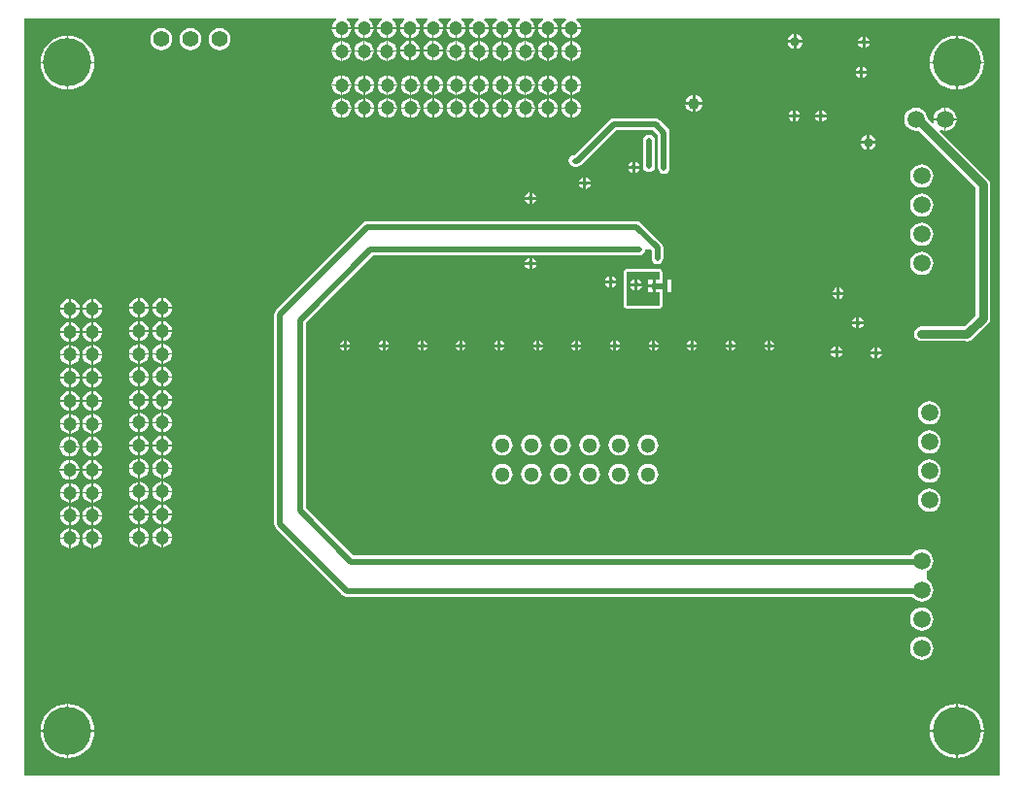
<source format=gbl>
G04*
G04 #@! TF.GenerationSoftware,Altium Limited,Altium Designer,18.1.11 (251)*
G04*
G04 Layer_Physical_Order=2*
G04 Layer_Color=16711680*
%FSLAX25Y25*%
%MOIN*%
G70*
G01*
G75*
%ADD51C,0.01968*%
%ADD52C,0.01500*%
%ADD54C,0.02953*%
%ADD55C,0.05512*%
%ADD56C,0.05906*%
%ADD57C,0.16535*%
%ADD58C,0.05118*%
%ADD59C,0.04724*%
%ADD60C,0.02000*%
%ADD61C,0.03150*%
%ADD62C,0.03937*%
%ADD63C,0.01500*%
%ADD64R,0.02362X0.02362*%
%ADD65R,0.01600X0.02100*%
G36*
X533169Y165551D02*
X198524D01*
Y425394D01*
X305428D01*
X305548Y425127D01*
X305566Y424894D01*
X304928Y424404D01*
X304389Y423702D01*
X304050Y422884D01*
X303968Y422256D01*
X307326D01*
X310684D01*
X310602Y422884D01*
X310263Y423702D01*
X309724Y424404D01*
X309086Y424894D01*
X309104Y425127D01*
X309224Y425394D01*
X313128D01*
X313248Y425127D01*
X313266Y424894D01*
X312628Y424404D01*
X312089Y423702D01*
X311750Y422884D01*
X311668Y422256D01*
X315026D01*
X318384D01*
X318302Y422884D01*
X317963Y423702D01*
X317424Y424404D01*
X316786Y424894D01*
X316804Y425127D01*
X316924Y425394D01*
X321028D01*
X321148Y425127D01*
X321166Y424894D01*
X320528Y424404D01*
X319989Y423702D01*
X319650Y422884D01*
X319568Y422256D01*
X322926D01*
X326284D01*
X326202Y422884D01*
X325863Y423702D01*
X325324Y424404D01*
X324686Y424894D01*
X324704Y425127D01*
X324824Y425394D01*
X328766D01*
X328936Y424894D01*
X328428Y424504D01*
X327889Y423802D01*
X327550Y422984D01*
X327468Y422356D01*
X330826D01*
X334184D01*
X334102Y422984D01*
X333763Y423802D01*
X333224Y424504D01*
X332716Y424894D01*
X332886Y425394D01*
X336666D01*
X336836Y424894D01*
X336328Y424504D01*
X335789Y423802D01*
X335450Y422984D01*
X335368Y422356D01*
X338726D01*
X342084D01*
X342002Y422984D01*
X341663Y423802D01*
X341124Y424504D01*
X340616Y424894D01*
X340786Y425394D01*
X344728D01*
X344848Y425127D01*
X344866Y424894D01*
X344228Y424404D01*
X343689Y423702D01*
X343350Y422884D01*
X343268Y422256D01*
X346626D01*
X349984D01*
X349902Y422884D01*
X349563Y423702D01*
X349024Y424404D01*
X348386Y424894D01*
X348404Y425127D01*
X348524Y425394D01*
X352628D01*
X352748Y425127D01*
X352766Y424894D01*
X352128Y424404D01*
X351589Y423702D01*
X351250Y422884D01*
X351168Y422256D01*
X354526D01*
X357884D01*
X357802Y422884D01*
X357463Y423702D01*
X356924Y424404D01*
X356286Y424894D01*
X356304Y425127D01*
X356424Y425394D01*
X360528D01*
X360648Y425127D01*
X360666Y424894D01*
X360028Y424404D01*
X359489Y423702D01*
X359150Y422884D01*
X359068Y422256D01*
X362426D01*
X365784D01*
X365702Y422884D01*
X365363Y423702D01*
X364824Y424404D01*
X364186Y424894D01*
X364204Y425127D01*
X364324Y425394D01*
X368428D01*
X368548Y425127D01*
X368566Y424894D01*
X367928Y424404D01*
X367389Y423702D01*
X367050Y422884D01*
X366968Y422256D01*
X370326D01*
X373684D01*
X373602Y422884D01*
X373263Y423702D01*
X372724Y424404D01*
X372086Y424894D01*
X372104Y425127D01*
X372224Y425394D01*
X376328D01*
X376448Y425127D01*
X376466Y424894D01*
X375828Y424404D01*
X375289Y423702D01*
X374950Y422884D01*
X374868Y422256D01*
X378226D01*
X381584D01*
X381502Y422884D01*
X381163Y423702D01*
X380624Y424404D01*
X379986Y424894D01*
X380004Y425127D01*
X380124Y425394D01*
X384228D01*
X384348Y425127D01*
X384366Y424894D01*
X383728Y424404D01*
X383189Y423702D01*
X382850Y422884D01*
X382768Y422256D01*
X386126D01*
X389484D01*
X389402Y422884D01*
X389063Y423702D01*
X388524Y424404D01*
X387886Y424894D01*
X387904Y425127D01*
X388024Y425394D01*
X533169D01*
Y165551D01*
D02*
G37*
%LPC*%
G36*
X342084Y421856D02*
X338976D01*
Y418748D01*
X339604Y418831D01*
X340422Y419169D01*
X341124Y419708D01*
X341663Y420411D01*
X342002Y421229D01*
X342084Y421856D01*
D02*
G37*
G36*
X334184D02*
X331076D01*
Y418748D01*
X331704Y418831D01*
X332522Y419169D01*
X333224Y419708D01*
X333763Y420411D01*
X334102Y421229D01*
X334184Y421856D01*
D02*
G37*
G36*
X338476D02*
X335368D01*
X335450Y421229D01*
X335789Y420411D01*
X336328Y419708D01*
X337030Y419169D01*
X337848Y418831D01*
X338476Y418748D01*
Y421856D01*
D02*
G37*
G36*
X330576D02*
X327468D01*
X327550Y421229D01*
X327889Y420411D01*
X328428Y419708D01*
X329130Y419169D01*
X329948Y418831D01*
X330576Y418748D01*
Y421856D01*
D02*
G37*
G36*
X389484Y421756D02*
X386376D01*
Y418648D01*
X387004Y418731D01*
X387822Y419069D01*
X388524Y419608D01*
X389063Y420311D01*
X389402Y421129D01*
X389484Y421756D01*
D02*
G37*
G36*
X381584D02*
X378476D01*
Y418648D01*
X379104Y418731D01*
X379922Y419069D01*
X380624Y419608D01*
X381163Y420311D01*
X381502Y421129D01*
X381584Y421756D01*
D02*
G37*
G36*
X373684D02*
X370576D01*
Y418648D01*
X371204Y418731D01*
X372022Y419069D01*
X372724Y419608D01*
X373263Y420311D01*
X373602Y421129D01*
X373684Y421756D01*
D02*
G37*
G36*
X365784D02*
X362676D01*
Y418648D01*
X363304Y418731D01*
X364122Y419069D01*
X364824Y419608D01*
X365363Y420311D01*
X365702Y421129D01*
X365784Y421756D01*
D02*
G37*
G36*
X357884D02*
X354776D01*
Y418648D01*
X355404Y418731D01*
X356222Y419069D01*
X356924Y419608D01*
X357463Y420311D01*
X357802Y421129D01*
X357884Y421756D01*
D02*
G37*
G36*
X349984D02*
X346876D01*
Y418648D01*
X347504Y418731D01*
X348322Y419069D01*
X349024Y419608D01*
X349563Y420311D01*
X349902Y421129D01*
X349984Y421756D01*
D02*
G37*
G36*
X326284D02*
X323176D01*
Y418648D01*
X323804Y418731D01*
X324622Y419069D01*
X325324Y419608D01*
X325863Y420311D01*
X326202Y421129D01*
X326284Y421756D01*
D02*
G37*
G36*
X318384D02*
X315276D01*
Y418648D01*
X315904Y418731D01*
X316722Y419069D01*
X317424Y419608D01*
X317963Y420311D01*
X318302Y421129D01*
X318384Y421756D01*
D02*
G37*
G36*
X310684D02*
X307576D01*
Y418648D01*
X308204Y418731D01*
X309022Y419069D01*
X309724Y419608D01*
X310263Y420311D01*
X310602Y421129D01*
X310684Y421756D01*
D02*
G37*
G36*
X385876D02*
X382768D01*
X382850Y421129D01*
X383189Y420311D01*
X383728Y419608D01*
X384430Y419069D01*
X385248Y418731D01*
X385876Y418648D01*
Y421756D01*
D02*
G37*
G36*
X377976D02*
X374868D01*
X374950Y421129D01*
X375289Y420311D01*
X375828Y419608D01*
X376530Y419069D01*
X377348Y418731D01*
X377976Y418648D01*
Y421756D01*
D02*
G37*
G36*
X370076D02*
X366968D01*
X367050Y421129D01*
X367389Y420311D01*
X367928Y419608D01*
X368630Y419069D01*
X369448Y418731D01*
X370076Y418648D01*
Y421756D01*
D02*
G37*
G36*
X362176D02*
X359068D01*
X359150Y421129D01*
X359489Y420311D01*
X360028Y419608D01*
X360730Y419069D01*
X361548Y418731D01*
X362176Y418648D01*
Y421756D01*
D02*
G37*
G36*
X354276D02*
X351168D01*
X351250Y421129D01*
X351589Y420311D01*
X352128Y419608D01*
X352830Y419069D01*
X353648Y418731D01*
X354276Y418648D01*
Y421756D01*
D02*
G37*
G36*
X346376D02*
X343268D01*
X343350Y421129D01*
X343689Y420311D01*
X344228Y419608D01*
X344930Y419069D01*
X345748Y418731D01*
X346376Y418648D01*
Y421756D01*
D02*
G37*
G36*
X322676D02*
X319568D01*
X319650Y421129D01*
X319989Y420311D01*
X320528Y419608D01*
X321230Y419069D01*
X322048Y418731D01*
X322676Y418648D01*
Y421756D01*
D02*
G37*
G36*
X314776D02*
X311668D01*
X311750Y421129D01*
X312089Y420311D01*
X312628Y419608D01*
X313330Y419069D01*
X314148Y418731D01*
X314776Y418648D01*
Y421756D01*
D02*
G37*
G36*
X307076D02*
X303968D01*
X304050Y421129D01*
X304389Y420311D01*
X304928Y419608D01*
X305630Y419069D01*
X306448Y418731D01*
X307076Y418648D01*
Y421756D01*
D02*
G37*
G36*
X463394Y419952D02*
Y417921D01*
X465425D01*
X465402Y418093D01*
X465143Y418720D01*
X464730Y419258D01*
X464192Y419670D01*
X463566Y419930D01*
X463394Y419952D01*
D02*
G37*
G36*
X462394D02*
X462221Y419930D01*
X461595Y419670D01*
X461057Y419258D01*
X460645Y418720D01*
X460385Y418093D01*
X460362Y417921D01*
X462394D01*
Y419952D01*
D02*
G37*
G36*
X487029Y419161D02*
Y417721D01*
X488469D01*
X488413Y418002D01*
X487971Y418663D01*
X487310Y419105D01*
X487029Y419161D01*
D02*
G37*
G36*
X486029D02*
X485749Y419105D01*
X485087Y418663D01*
X484645Y418002D01*
X484589Y417721D01*
X486029D01*
Y419161D01*
D02*
G37*
G36*
X488469Y416721D02*
X487029D01*
Y415281D01*
X487310Y415337D01*
X487971Y415779D01*
X488413Y416441D01*
X488469Y416721D01*
D02*
G37*
G36*
X486029D02*
X484589D01*
X484645Y416441D01*
X485087Y415779D01*
X485749Y415337D01*
X486029Y415281D01*
Y416721D01*
D02*
G37*
G36*
X465425Y416921D02*
X463394D01*
Y414890D01*
X463566Y414913D01*
X464192Y415172D01*
X464730Y415585D01*
X465143Y416123D01*
X465402Y416749D01*
X465425Y416921D01*
D02*
G37*
G36*
X462394D02*
X460362D01*
X460385Y416749D01*
X460645Y416123D01*
X461057Y415585D01*
X461595Y415172D01*
X462221Y414913D01*
X462394Y414890D01*
Y416921D01*
D02*
G37*
G36*
X338976Y417665D02*
Y414556D01*
X342084D01*
X342002Y415184D01*
X341663Y416002D01*
X341124Y416704D01*
X340422Y417243D01*
X339604Y417582D01*
X338976Y417665D01*
D02*
G37*
G36*
X331076D02*
Y414556D01*
X334184D01*
X334102Y415184D01*
X333763Y416002D01*
X333224Y416704D01*
X332522Y417243D01*
X331704Y417582D01*
X331076Y417665D01*
D02*
G37*
G36*
X338476D02*
X337848Y417582D01*
X337030Y417243D01*
X336328Y416704D01*
X335789Y416002D01*
X335450Y415184D01*
X335368Y414556D01*
X338476D01*
Y417665D01*
D02*
G37*
G36*
X330576D02*
X329948Y417582D01*
X329130Y417243D01*
X328428Y416704D01*
X327889Y416002D01*
X327550Y415184D01*
X327468Y414556D01*
X330576D01*
Y417665D01*
D02*
G37*
G36*
X265445Y422048D02*
X264464Y421919D01*
X263551Y421541D01*
X262766Y420939D01*
X262164Y420154D01*
X261786Y419240D01*
X261657Y418260D01*
X261786Y417279D01*
X262164Y416366D01*
X262766Y415581D01*
X263551Y414979D01*
X264464Y414601D01*
X265445Y414471D01*
X266425Y414601D01*
X267339Y414979D01*
X268124Y415581D01*
X268726Y416366D01*
X269104Y417279D01*
X269233Y418260D01*
X269104Y419240D01*
X268726Y420154D01*
X268124Y420939D01*
X267339Y421541D01*
X266425Y421919D01*
X265445Y422048D01*
D02*
G37*
G36*
X255445D02*
X254464Y421919D01*
X253551Y421541D01*
X252766Y420939D01*
X252164Y420154D01*
X251786Y419240D01*
X251657Y418260D01*
X251786Y417279D01*
X252164Y416366D01*
X252766Y415581D01*
X253551Y414979D01*
X254464Y414601D01*
X255445Y414471D01*
X256425Y414601D01*
X257339Y414979D01*
X258124Y415581D01*
X258726Y416366D01*
X259104Y417279D01*
X259233Y418260D01*
X259104Y419240D01*
X258726Y420154D01*
X258124Y420939D01*
X257339Y421541D01*
X256425Y421919D01*
X255445Y422048D01*
D02*
G37*
G36*
X245445D02*
X244464Y421919D01*
X243551Y421541D01*
X242766Y420939D01*
X242164Y420154D01*
X241786Y419240D01*
X241657Y418260D01*
X241786Y417279D01*
X242164Y416366D01*
X242766Y415581D01*
X243551Y414979D01*
X244464Y414601D01*
X245445Y414471D01*
X246425Y414601D01*
X247339Y414979D01*
X248124Y415581D01*
X248726Y416366D01*
X249104Y417279D01*
X249233Y418260D01*
X249104Y419240D01*
X248726Y420154D01*
X248124Y420939D01*
X247339Y421541D01*
X246425Y421919D01*
X245445Y422048D01*
D02*
G37*
G36*
X386376Y417565D02*
Y414456D01*
X389484D01*
X389402Y415084D01*
X389063Y415902D01*
X388524Y416604D01*
X387822Y417143D01*
X387004Y417482D01*
X386376Y417565D01*
D02*
G37*
G36*
X378476D02*
Y414456D01*
X381584D01*
X381502Y415084D01*
X381163Y415902D01*
X380624Y416604D01*
X379922Y417143D01*
X379104Y417482D01*
X378476Y417565D01*
D02*
G37*
G36*
X370576D02*
Y414456D01*
X373684D01*
X373602Y415084D01*
X373263Y415902D01*
X372724Y416604D01*
X372022Y417143D01*
X371204Y417482D01*
X370576Y417565D01*
D02*
G37*
G36*
X362676D02*
Y414456D01*
X365784D01*
X365702Y415084D01*
X365363Y415902D01*
X364824Y416604D01*
X364122Y417143D01*
X363304Y417482D01*
X362676Y417565D01*
D02*
G37*
G36*
X354776D02*
Y414456D01*
X357884D01*
X357802Y415084D01*
X357463Y415902D01*
X356924Y416604D01*
X356222Y417143D01*
X355404Y417482D01*
X354776Y417565D01*
D02*
G37*
G36*
X346876D02*
Y414456D01*
X349984D01*
X349902Y415084D01*
X349563Y415902D01*
X349024Y416604D01*
X348322Y417143D01*
X347504Y417482D01*
X346876Y417565D01*
D02*
G37*
G36*
X323176D02*
Y414456D01*
X326284D01*
X326202Y415084D01*
X325863Y415902D01*
X325324Y416604D01*
X324622Y417143D01*
X323804Y417482D01*
X323176Y417565D01*
D02*
G37*
G36*
X315276D02*
Y414456D01*
X318384D01*
X318302Y415084D01*
X317963Y415902D01*
X317424Y416604D01*
X316722Y417143D01*
X315904Y417482D01*
X315276Y417565D01*
D02*
G37*
G36*
X307576D02*
Y414456D01*
X310684D01*
X310602Y415084D01*
X310263Y415902D01*
X309724Y416604D01*
X309022Y417143D01*
X308204Y417482D01*
X307576Y417565D01*
D02*
G37*
G36*
X385876D02*
X385248Y417482D01*
X384430Y417143D01*
X383728Y416604D01*
X383189Y415902D01*
X382850Y415084D01*
X382768Y414456D01*
X385876D01*
Y417565D01*
D02*
G37*
G36*
X377976D02*
X377348Y417482D01*
X376530Y417143D01*
X375828Y416604D01*
X375289Y415902D01*
X374950Y415084D01*
X374868Y414456D01*
X377976D01*
Y417565D01*
D02*
G37*
G36*
X370076D02*
X369448Y417482D01*
X368630Y417143D01*
X367928Y416604D01*
X367389Y415902D01*
X367050Y415084D01*
X366968Y414456D01*
X370076D01*
Y417565D01*
D02*
G37*
G36*
X362176D02*
X361548Y417482D01*
X360730Y417143D01*
X360028Y416604D01*
X359489Y415902D01*
X359150Y415084D01*
X359068Y414456D01*
X362176D01*
Y417565D01*
D02*
G37*
G36*
X354276D02*
X353648Y417482D01*
X352830Y417143D01*
X352128Y416604D01*
X351589Y415902D01*
X351250Y415084D01*
X351168Y414456D01*
X354276D01*
Y417565D01*
D02*
G37*
G36*
X346376D02*
X345748Y417482D01*
X344930Y417143D01*
X344228Y416604D01*
X343689Y415902D01*
X343350Y415084D01*
X343268Y414456D01*
X346376D01*
Y417565D01*
D02*
G37*
G36*
X322676D02*
X322048Y417482D01*
X321230Y417143D01*
X320528Y416604D01*
X319989Y415902D01*
X319650Y415084D01*
X319568Y414456D01*
X322676D01*
Y417565D01*
D02*
G37*
G36*
X314776D02*
X314148Y417482D01*
X313330Y417143D01*
X312628Y416604D01*
X312089Y415902D01*
X311750Y415084D01*
X311668Y414456D01*
X314776D01*
Y417565D01*
D02*
G37*
G36*
X307076D02*
X306448Y417482D01*
X305630Y417143D01*
X304928Y416604D01*
X304389Y415902D01*
X304050Y415084D01*
X303968Y414456D01*
X307076D01*
Y417565D01*
D02*
G37*
G36*
X342084Y414056D02*
X338976D01*
Y410948D01*
X339604Y411031D01*
X340422Y411369D01*
X341124Y411908D01*
X341663Y412611D01*
X342002Y413429D01*
X342084Y414056D01*
D02*
G37*
G36*
X334184D02*
X331076D01*
Y410948D01*
X331704Y411031D01*
X332522Y411369D01*
X333224Y411908D01*
X333763Y412611D01*
X334102Y413429D01*
X334184Y414056D01*
D02*
G37*
G36*
X338476D02*
X335368D01*
X335450Y413429D01*
X335789Y412611D01*
X336328Y411908D01*
X337030Y411369D01*
X337848Y411031D01*
X338476Y410948D01*
Y414056D01*
D02*
G37*
G36*
X330576D02*
X327468D01*
X327550Y413429D01*
X327889Y412611D01*
X328428Y411908D01*
X329130Y411369D01*
X329948Y411031D01*
X330576Y410948D01*
Y414056D01*
D02*
G37*
G36*
X389484Y413956D02*
X386376D01*
Y410848D01*
X387004Y410931D01*
X387822Y411269D01*
X388524Y411808D01*
X389063Y412511D01*
X389402Y413329D01*
X389484Y413956D01*
D02*
G37*
G36*
X381584D02*
X378476D01*
Y410848D01*
X379104Y410931D01*
X379922Y411269D01*
X380624Y411808D01*
X381163Y412511D01*
X381502Y413329D01*
X381584Y413956D01*
D02*
G37*
G36*
X373684D02*
X370576D01*
Y410848D01*
X371204Y410931D01*
X372022Y411269D01*
X372724Y411808D01*
X373263Y412511D01*
X373602Y413329D01*
X373684Y413956D01*
D02*
G37*
G36*
X365784D02*
X362676D01*
Y410848D01*
X363304Y410931D01*
X364122Y411269D01*
X364824Y411808D01*
X365363Y412511D01*
X365702Y413329D01*
X365784Y413956D01*
D02*
G37*
G36*
X357884D02*
X354776D01*
Y410848D01*
X355404Y410931D01*
X356222Y411269D01*
X356924Y411808D01*
X357463Y412511D01*
X357802Y413329D01*
X357884Y413956D01*
D02*
G37*
G36*
X349984D02*
X346876D01*
Y410848D01*
X347504Y410931D01*
X348322Y411269D01*
X349024Y411808D01*
X349563Y412511D01*
X349902Y413329D01*
X349984Y413956D01*
D02*
G37*
G36*
X326284D02*
X323176D01*
Y410848D01*
X323804Y410931D01*
X324622Y411269D01*
X325324Y411808D01*
X325863Y412511D01*
X326202Y413329D01*
X326284Y413956D01*
D02*
G37*
G36*
X318384D02*
X315276D01*
Y410848D01*
X315904Y410931D01*
X316722Y411269D01*
X317424Y411808D01*
X317963Y412511D01*
X318302Y413329D01*
X318384Y413956D01*
D02*
G37*
G36*
X310684D02*
X307576D01*
Y410848D01*
X308204Y410931D01*
X309022Y411269D01*
X309724Y411808D01*
X310263Y412511D01*
X310602Y413329D01*
X310684Y413956D01*
D02*
G37*
G36*
X385876D02*
X382768D01*
X382850Y413329D01*
X383189Y412511D01*
X383728Y411808D01*
X384430Y411269D01*
X385248Y410931D01*
X385876Y410848D01*
Y413956D01*
D02*
G37*
G36*
X377976D02*
X374868D01*
X374950Y413329D01*
X375289Y412511D01*
X375828Y411808D01*
X376530Y411269D01*
X377348Y410931D01*
X377976Y410848D01*
Y413956D01*
D02*
G37*
G36*
X370076D02*
X366968D01*
X367050Y413329D01*
X367389Y412511D01*
X367928Y411808D01*
X368630Y411269D01*
X369448Y410931D01*
X370076Y410848D01*
Y413956D01*
D02*
G37*
G36*
X362176D02*
X359068D01*
X359150Y413329D01*
X359489Y412511D01*
X360028Y411808D01*
X360730Y411269D01*
X361548Y410931D01*
X362176Y410848D01*
Y413956D01*
D02*
G37*
G36*
X354276D02*
X351168D01*
X351250Y413329D01*
X351589Y412511D01*
X352128Y411808D01*
X352830Y411269D01*
X353648Y410931D01*
X354276Y410848D01*
Y413956D01*
D02*
G37*
G36*
X346376D02*
X343268D01*
X343350Y413329D01*
X343689Y412511D01*
X344228Y411808D01*
X344930Y411269D01*
X345748Y410931D01*
X346376Y410848D01*
Y413956D01*
D02*
G37*
G36*
X322676D02*
X319568D01*
X319650Y413329D01*
X319989Y412511D01*
X320528Y411808D01*
X321230Y411269D01*
X322048Y410931D01*
X322676Y410848D01*
Y413956D01*
D02*
G37*
G36*
X314776D02*
X311668D01*
X311750Y413329D01*
X312089Y412511D01*
X312628Y411808D01*
X313330Y411269D01*
X314148Y410931D01*
X314776Y410848D01*
Y413956D01*
D02*
G37*
G36*
X307076D02*
X303968D01*
X304050Y413329D01*
X304389Y412511D01*
X304928Y411808D01*
X305630Y411269D01*
X306448Y410931D01*
X307076Y410848D01*
Y413956D01*
D02*
G37*
G36*
X518656Y419517D02*
Y410479D01*
X527694D01*
X527540Y412046D01*
X527010Y413793D01*
X526150Y415403D01*
X524991Y416814D01*
X523580Y417972D01*
X521970Y418833D01*
X520223Y419363D01*
X518656Y419517D01*
D02*
G37*
G36*
X213538Y419517D02*
Y410479D01*
X222576D01*
X222422Y412046D01*
X221892Y413793D01*
X221031Y415403D01*
X219873Y416814D01*
X218462Y417972D01*
X216852Y418833D01*
X215105Y419363D01*
X213538Y419517D01*
D02*
G37*
G36*
X213038D02*
X211472Y419363D01*
X209725Y418833D01*
X208115Y417972D01*
X206703Y416814D01*
X205545Y415403D01*
X204685Y413793D01*
X204155Y412046D01*
X204000Y410479D01*
X213038D01*
Y419517D01*
D02*
G37*
G36*
X518156D02*
X516590Y419363D01*
X514843Y418833D01*
X513233Y417972D01*
X511822Y416814D01*
X510663Y415403D01*
X509803Y413793D01*
X509273Y412046D01*
X509119Y410479D01*
X518156D01*
Y419517D01*
D02*
G37*
G36*
X486100Y408840D02*
Y407400D01*
X487540D01*
X487484Y407680D01*
X487042Y408342D01*
X486380Y408784D01*
X486100Y408840D01*
D02*
G37*
G36*
X485100D02*
X484820Y408784D01*
X484158Y408342D01*
X483716Y407680D01*
X483660Y407400D01*
X485100D01*
Y408840D01*
D02*
G37*
G36*
X487540Y406400D02*
X486100D01*
Y404960D01*
X486380Y405016D01*
X487042Y405458D01*
X487484Y406120D01*
X487540Y406400D01*
D02*
G37*
G36*
X485100D02*
X483660D01*
X483716Y406120D01*
X484158Y405458D01*
X484820Y405016D01*
X485100Y404960D01*
Y406400D01*
D02*
G37*
G36*
X386376Y405865D02*
Y402756D01*
X389484D01*
X389402Y403384D01*
X389063Y404202D01*
X388524Y404904D01*
X387822Y405443D01*
X387004Y405782D01*
X386376Y405865D01*
D02*
G37*
G36*
X378476D02*
Y402756D01*
X381584D01*
X381502Y403384D01*
X381163Y404202D01*
X380624Y404904D01*
X379922Y405443D01*
X379104Y405782D01*
X378476Y405865D01*
D02*
G37*
G36*
X370576D02*
Y402756D01*
X373684D01*
X373602Y403384D01*
X373263Y404202D01*
X372724Y404904D01*
X372022Y405443D01*
X371204Y405782D01*
X370576Y405865D01*
D02*
G37*
G36*
X362676D02*
Y402756D01*
X365784D01*
X365702Y403384D01*
X365363Y404202D01*
X364824Y404904D01*
X364122Y405443D01*
X363304Y405782D01*
X362676Y405865D01*
D02*
G37*
G36*
X354776D02*
Y402756D01*
X357884D01*
X357802Y403384D01*
X357463Y404202D01*
X356924Y404904D01*
X356222Y405443D01*
X355404Y405782D01*
X354776Y405865D01*
D02*
G37*
G36*
X346976D02*
Y402756D01*
X350084D01*
X350002Y403384D01*
X349663Y404202D01*
X349124Y404904D01*
X348422Y405443D01*
X347604Y405782D01*
X346976Y405865D01*
D02*
G37*
G36*
X339076D02*
Y402756D01*
X342184D01*
X342102Y403384D01*
X341763Y404202D01*
X341224Y404904D01*
X340522Y405443D01*
X339704Y405782D01*
X339076Y405865D01*
D02*
G37*
G36*
X331276D02*
Y402756D01*
X334384D01*
X334302Y403384D01*
X333963Y404202D01*
X333424Y404904D01*
X332722Y405443D01*
X331904Y405782D01*
X331276Y405865D01*
D02*
G37*
G36*
X323276D02*
Y402756D01*
X326384D01*
X326302Y403384D01*
X325963Y404202D01*
X325424Y404904D01*
X324722Y405443D01*
X323904Y405782D01*
X323276Y405865D01*
D02*
G37*
G36*
X315476D02*
Y402756D01*
X318584D01*
X318502Y403384D01*
X318163Y404202D01*
X317624Y404904D01*
X316922Y405443D01*
X316104Y405782D01*
X315476Y405865D01*
D02*
G37*
G36*
X307576D02*
Y402756D01*
X310684D01*
X310602Y403384D01*
X310263Y404202D01*
X309724Y404904D01*
X309022Y405443D01*
X308204Y405782D01*
X307576Y405865D01*
D02*
G37*
G36*
X385876D02*
X385248Y405782D01*
X384430Y405443D01*
X383728Y404904D01*
X383189Y404202D01*
X382850Y403384D01*
X382768Y402756D01*
X385876D01*
Y405865D01*
D02*
G37*
G36*
X377976D02*
X377348Y405782D01*
X376530Y405443D01*
X375828Y404904D01*
X375289Y404202D01*
X374950Y403384D01*
X374868Y402756D01*
X377976D01*
Y405865D01*
D02*
G37*
G36*
X370076D02*
X369448Y405782D01*
X368630Y405443D01*
X367928Y404904D01*
X367389Y404202D01*
X367050Y403384D01*
X366968Y402756D01*
X370076D01*
Y405865D01*
D02*
G37*
G36*
X362176D02*
X361548Y405782D01*
X360730Y405443D01*
X360028Y404904D01*
X359489Y404202D01*
X359150Y403384D01*
X359068Y402756D01*
X362176D01*
Y405865D01*
D02*
G37*
G36*
X354276D02*
X353648Y405782D01*
X352830Y405443D01*
X352128Y404904D01*
X351589Y404202D01*
X351250Y403384D01*
X351168Y402756D01*
X354276D01*
Y405865D01*
D02*
G37*
G36*
X346476D02*
X345848Y405782D01*
X345030Y405443D01*
X344328Y404904D01*
X343789Y404202D01*
X343450Y403384D01*
X343368Y402756D01*
X346476D01*
Y405865D01*
D02*
G37*
G36*
X338576D02*
X337948Y405782D01*
X337130Y405443D01*
X336428Y404904D01*
X335889Y404202D01*
X335550Y403384D01*
X335468Y402756D01*
X338576D01*
Y405865D01*
D02*
G37*
G36*
X330776D02*
X330148Y405782D01*
X329330Y405443D01*
X328628Y404904D01*
X328089Y404202D01*
X327750Y403384D01*
X327668Y402756D01*
X330776D01*
Y405865D01*
D02*
G37*
G36*
X322776D02*
X322148Y405782D01*
X321330Y405443D01*
X320628Y404904D01*
X320089Y404202D01*
X319750Y403384D01*
X319668Y402756D01*
X322776D01*
Y405865D01*
D02*
G37*
G36*
X314976D02*
X314348Y405782D01*
X313530Y405443D01*
X312828Y404904D01*
X312289Y404202D01*
X311950Y403384D01*
X311868Y402756D01*
X314976D01*
Y405865D01*
D02*
G37*
G36*
X307076D02*
X306448Y405782D01*
X305630Y405443D01*
X304928Y404904D01*
X304389Y404202D01*
X304050Y403384D01*
X303968Y402756D01*
X307076D01*
Y405865D01*
D02*
G37*
G36*
X527694Y409979D02*
X518656D01*
Y400941D01*
X520223Y401095D01*
X521970Y401625D01*
X523580Y402486D01*
X524991Y403644D01*
X526150Y405055D01*
X527010Y406665D01*
X527540Y408412D01*
X527694Y409979D01*
D02*
G37*
G36*
X222576D02*
X213538D01*
Y400941D01*
X215105Y401095D01*
X216852Y401625D01*
X218462Y402486D01*
X219873Y403644D01*
X221031Y405055D01*
X221892Y406665D01*
X222422Y408412D01*
X222576Y409979D01*
D02*
G37*
G36*
X213038D02*
X204000D01*
X204155Y408412D01*
X204685Y406665D01*
X205545Y405055D01*
X206703Y403644D01*
X208115Y402486D01*
X209725Y401625D01*
X211472Y401095D01*
X213038Y400941D01*
Y409979D01*
D02*
G37*
G36*
X518156D02*
X509119D01*
X509273Y408412D01*
X509803Y406665D01*
X510663Y405055D01*
X511822Y403644D01*
X513233Y402486D01*
X514843Y401625D01*
X516590Y401095D01*
X518156Y400941D01*
Y409979D01*
D02*
G37*
G36*
X385876Y402256D02*
X382768D01*
X382850Y401629D01*
X383189Y400811D01*
X383728Y400108D01*
X384430Y399569D01*
X385248Y399231D01*
X385876Y399148D01*
Y402256D01*
D02*
G37*
G36*
X377976D02*
X374868D01*
X374950Y401629D01*
X375289Y400811D01*
X375828Y400108D01*
X376530Y399569D01*
X377348Y399231D01*
X377976Y399148D01*
Y402256D01*
D02*
G37*
G36*
X370076D02*
X366968D01*
X367050Y401629D01*
X367389Y400811D01*
X367928Y400108D01*
X368630Y399569D01*
X369448Y399231D01*
X370076Y399148D01*
Y402256D01*
D02*
G37*
G36*
X362176D02*
X359068D01*
X359150Y401629D01*
X359489Y400811D01*
X360028Y400108D01*
X360730Y399569D01*
X361548Y399231D01*
X362176Y399148D01*
Y402256D01*
D02*
G37*
G36*
X354276D02*
X351168D01*
X351250Y401629D01*
X351589Y400811D01*
X352128Y400108D01*
X352830Y399569D01*
X353648Y399231D01*
X354276Y399148D01*
Y402256D01*
D02*
G37*
G36*
X346476D02*
X343368D01*
X343450Y401629D01*
X343789Y400811D01*
X344328Y400108D01*
X345030Y399569D01*
X345848Y399231D01*
X346476Y399148D01*
Y402256D01*
D02*
G37*
G36*
X338576D02*
X335468D01*
X335550Y401629D01*
X335889Y400811D01*
X336428Y400108D01*
X337130Y399569D01*
X337948Y399231D01*
X338576Y399148D01*
Y402256D01*
D02*
G37*
G36*
X330776D02*
X327668D01*
X327750Y401629D01*
X328089Y400811D01*
X328628Y400108D01*
X329330Y399569D01*
X330148Y399231D01*
X330776Y399148D01*
Y402256D01*
D02*
G37*
G36*
X322776D02*
X319668D01*
X319750Y401629D01*
X320089Y400811D01*
X320628Y400108D01*
X321330Y399569D01*
X322148Y399231D01*
X322776Y399148D01*
Y402256D01*
D02*
G37*
G36*
X314976D02*
X311868D01*
X311950Y401629D01*
X312289Y400811D01*
X312828Y400108D01*
X313530Y399569D01*
X314348Y399231D01*
X314976Y399148D01*
Y402256D01*
D02*
G37*
G36*
X307076D02*
X303968D01*
X304050Y401629D01*
X304389Y400811D01*
X304928Y400108D01*
X305630Y399569D01*
X306448Y399231D01*
X307076Y399148D01*
Y402256D01*
D02*
G37*
G36*
X389484D02*
X386376D01*
Y399148D01*
X387004Y399231D01*
X387822Y399569D01*
X388524Y400108D01*
X389063Y400811D01*
X389402Y401629D01*
X389484Y402256D01*
D02*
G37*
G36*
X381584D02*
X378476D01*
Y399148D01*
X379104Y399231D01*
X379922Y399569D01*
X380624Y400108D01*
X381163Y400811D01*
X381502Y401629D01*
X381584Y402256D01*
D02*
G37*
G36*
X373684D02*
X370576D01*
Y399148D01*
X371204Y399231D01*
X372022Y399569D01*
X372724Y400108D01*
X373263Y400811D01*
X373602Y401629D01*
X373684Y402256D01*
D02*
G37*
G36*
X365784D02*
X362676D01*
Y399148D01*
X363304Y399231D01*
X364122Y399569D01*
X364824Y400108D01*
X365363Y400811D01*
X365702Y401629D01*
X365784Y402256D01*
D02*
G37*
G36*
X357884D02*
X354776D01*
Y399148D01*
X355404Y399231D01*
X356222Y399569D01*
X356924Y400108D01*
X357463Y400811D01*
X357802Y401629D01*
X357884Y402256D01*
D02*
G37*
G36*
X350084D02*
X346976D01*
Y399148D01*
X347604Y399231D01*
X348422Y399569D01*
X349124Y400108D01*
X349663Y400811D01*
X350002Y401629D01*
X350084Y402256D01*
D02*
G37*
G36*
X342184D02*
X339076D01*
Y399148D01*
X339704Y399231D01*
X340522Y399569D01*
X341224Y400108D01*
X341763Y400811D01*
X342102Y401629D01*
X342184Y402256D01*
D02*
G37*
G36*
X334384D02*
X331276D01*
Y399148D01*
X331904Y399231D01*
X332722Y399569D01*
X333424Y400108D01*
X333963Y400811D01*
X334302Y401629D01*
X334384Y402256D01*
D02*
G37*
G36*
X326384D02*
X323276D01*
Y399148D01*
X323904Y399231D01*
X324722Y399569D01*
X325424Y400108D01*
X325963Y400811D01*
X326302Y401629D01*
X326384Y402256D01*
D02*
G37*
G36*
X318584D02*
X315476D01*
Y399148D01*
X316104Y399231D01*
X316922Y399569D01*
X317624Y400108D01*
X318163Y400811D01*
X318502Y401629D01*
X318584Y402256D01*
D02*
G37*
G36*
X310684D02*
X307576D01*
Y399148D01*
X308204Y399231D01*
X309022Y399569D01*
X309724Y400108D01*
X310263Y400811D01*
X310602Y401629D01*
X310684Y402256D01*
D02*
G37*
G36*
X428748Y399090D02*
Y396661D01*
X431176D01*
X431140Y396936D01*
X430841Y397658D01*
X430365Y398279D01*
X429745Y398754D01*
X429023Y399054D01*
X428748Y399090D01*
D02*
G37*
G36*
X427748D02*
X427473Y399054D01*
X426751Y398754D01*
X426131Y398279D01*
X425655Y397658D01*
X425356Y396936D01*
X425320Y396661D01*
X427748D01*
Y399090D01*
D02*
G37*
G36*
X386376Y397965D02*
Y394856D01*
X389484D01*
X389402Y395484D01*
X389063Y396302D01*
X388524Y397004D01*
X387822Y397543D01*
X387004Y397882D01*
X386376Y397965D01*
D02*
G37*
G36*
X378476D02*
Y394856D01*
X381584D01*
X381502Y395484D01*
X381163Y396302D01*
X380624Y397004D01*
X379922Y397543D01*
X379104Y397882D01*
X378476Y397965D01*
D02*
G37*
G36*
X370576D02*
Y394856D01*
X373684D01*
X373602Y395484D01*
X373263Y396302D01*
X372724Y397004D01*
X372022Y397543D01*
X371204Y397882D01*
X370576Y397965D01*
D02*
G37*
G36*
X362676D02*
Y394856D01*
X365784D01*
X365702Y395484D01*
X365363Y396302D01*
X364824Y397004D01*
X364122Y397543D01*
X363304Y397882D01*
X362676Y397965D01*
D02*
G37*
G36*
X354776D02*
Y394856D01*
X357884D01*
X357802Y395484D01*
X357463Y396302D01*
X356924Y397004D01*
X356222Y397543D01*
X355404Y397882D01*
X354776Y397965D01*
D02*
G37*
G36*
X346976D02*
Y394856D01*
X350084D01*
X350002Y395484D01*
X349663Y396302D01*
X349124Y397004D01*
X348422Y397543D01*
X347604Y397882D01*
X346976Y397965D01*
D02*
G37*
G36*
X339076D02*
Y394856D01*
X342184D01*
X342102Y395484D01*
X341763Y396302D01*
X341224Y397004D01*
X340522Y397543D01*
X339704Y397882D01*
X339076Y397965D01*
D02*
G37*
G36*
X331276D02*
Y394856D01*
X334384D01*
X334302Y395484D01*
X333963Y396302D01*
X333424Y397004D01*
X332722Y397543D01*
X331904Y397882D01*
X331276Y397965D01*
D02*
G37*
G36*
X323276D02*
Y394856D01*
X326384D01*
X326302Y395484D01*
X325963Y396302D01*
X325424Y397004D01*
X324722Y397543D01*
X323904Y397882D01*
X323276Y397965D01*
D02*
G37*
G36*
X315476D02*
Y394856D01*
X318584D01*
X318502Y395484D01*
X318163Y396302D01*
X317624Y397004D01*
X316922Y397543D01*
X316104Y397882D01*
X315476Y397965D01*
D02*
G37*
G36*
X307576D02*
Y394856D01*
X310684D01*
X310602Y395484D01*
X310263Y396302D01*
X309724Y397004D01*
X309022Y397543D01*
X308204Y397882D01*
X307576Y397965D01*
D02*
G37*
G36*
X330776D02*
X330148Y397882D01*
X329330Y397543D01*
X328628Y397004D01*
X328089Y396302D01*
X327750Y395484D01*
X327668Y394856D01*
X330776D01*
Y397965D01*
D02*
G37*
G36*
X322776D02*
X322148Y397882D01*
X321330Y397543D01*
X320628Y397004D01*
X320089Y396302D01*
X319750Y395484D01*
X319668Y394856D01*
X322776D01*
Y397965D01*
D02*
G37*
G36*
X314976D02*
X314348Y397882D01*
X313530Y397543D01*
X312828Y397004D01*
X312289Y396302D01*
X311950Y395484D01*
X311868Y394856D01*
X314976D01*
Y397965D01*
D02*
G37*
G36*
X307076D02*
X306448Y397882D01*
X305630Y397543D01*
X304928Y397004D01*
X304389Y396302D01*
X304050Y395484D01*
X303968Y394856D01*
X307076D01*
Y397965D01*
D02*
G37*
G36*
X385876D02*
X385248Y397882D01*
X384430Y397543D01*
X383728Y397004D01*
X383189Y396302D01*
X382850Y395484D01*
X382768Y394856D01*
X385876D01*
Y397965D01*
D02*
G37*
G36*
X377976D02*
X377348Y397882D01*
X376530Y397543D01*
X375828Y397004D01*
X375289Y396302D01*
X374950Y395484D01*
X374868Y394856D01*
X377976D01*
Y397965D01*
D02*
G37*
G36*
X370076D02*
X369448Y397882D01*
X368630Y397543D01*
X367928Y397004D01*
X367389Y396302D01*
X367050Y395484D01*
X366968Y394856D01*
X370076D01*
Y397965D01*
D02*
G37*
G36*
X362176D02*
X361548Y397882D01*
X360730Y397543D01*
X360028Y397004D01*
X359489Y396302D01*
X359150Y395484D01*
X359068Y394856D01*
X362176D01*
Y397965D01*
D02*
G37*
G36*
X354276D02*
X353648Y397882D01*
X352830Y397543D01*
X352128Y397004D01*
X351589Y396302D01*
X351250Y395484D01*
X351168Y394856D01*
X354276D01*
Y397965D01*
D02*
G37*
G36*
X346476D02*
X345848Y397882D01*
X345030Y397543D01*
X344328Y397004D01*
X343789Y396302D01*
X343450Y395484D01*
X343368Y394856D01*
X346476D01*
Y397965D01*
D02*
G37*
G36*
X338576D02*
X337948Y397882D01*
X337130Y397543D01*
X336428Y397004D01*
X335889Y396302D01*
X335550Y395484D01*
X335468Y394856D01*
X338576D01*
Y397965D01*
D02*
G37*
G36*
X431176Y395661D02*
X428748D01*
Y393233D01*
X429023Y393269D01*
X429745Y393568D01*
X430365Y394044D01*
X430841Y394664D01*
X431140Y395387D01*
X431176Y395661D01*
D02*
G37*
G36*
X427748D02*
X425320D01*
X425356Y395387D01*
X425655Y394664D01*
X426131Y394044D01*
X426751Y393568D01*
X427473Y393269D01*
X427748Y393233D01*
Y395661D01*
D02*
G37*
G36*
X463200Y393940D02*
Y392500D01*
X464640D01*
X464584Y392780D01*
X464142Y393442D01*
X463480Y393884D01*
X463200Y393940D01*
D02*
G37*
G36*
X462200D02*
X461920Y393884D01*
X461258Y393442D01*
X460816Y392780D01*
X460760Y392500D01*
X462200D01*
Y393940D01*
D02*
G37*
G36*
X472300Y393840D02*
Y392400D01*
X473740D01*
X473684Y392680D01*
X473242Y393342D01*
X472580Y393784D01*
X472300Y393840D01*
D02*
G37*
G36*
X471300D02*
X471020Y393784D01*
X470358Y393342D01*
X469916Y392680D01*
X469860Y392400D01*
X471300D01*
Y393840D01*
D02*
G37*
G36*
X385876Y394356D02*
X382768D01*
X382850Y393729D01*
X383189Y392911D01*
X383728Y392208D01*
X384430Y391669D01*
X385248Y391331D01*
X385876Y391248D01*
Y394356D01*
D02*
G37*
G36*
X377976D02*
X374868D01*
X374950Y393729D01*
X375289Y392911D01*
X375828Y392208D01*
X376530Y391669D01*
X377348Y391331D01*
X377976Y391248D01*
Y394356D01*
D02*
G37*
G36*
X370076D02*
X366968D01*
X367050Y393729D01*
X367389Y392911D01*
X367928Y392208D01*
X368630Y391669D01*
X369448Y391331D01*
X370076Y391248D01*
Y394356D01*
D02*
G37*
G36*
X362176D02*
X359068D01*
X359150Y393729D01*
X359489Y392911D01*
X360028Y392208D01*
X360730Y391669D01*
X361548Y391331D01*
X362176Y391248D01*
Y394356D01*
D02*
G37*
G36*
X354276D02*
X351168D01*
X351250Y393729D01*
X351589Y392911D01*
X352128Y392208D01*
X352830Y391669D01*
X353648Y391331D01*
X354276Y391248D01*
Y394356D01*
D02*
G37*
G36*
X346476D02*
X343368D01*
X343450Y393729D01*
X343789Y392911D01*
X344328Y392208D01*
X345030Y391669D01*
X345848Y391331D01*
X346476Y391248D01*
Y394356D01*
D02*
G37*
G36*
X338576D02*
X335468D01*
X335550Y393729D01*
X335889Y392911D01*
X336428Y392208D01*
X337130Y391669D01*
X337948Y391331D01*
X338576Y391248D01*
Y394356D01*
D02*
G37*
G36*
X330776D02*
X327668D01*
X327750Y393729D01*
X328089Y392911D01*
X328628Y392208D01*
X329330Y391669D01*
X330148Y391331D01*
X330776Y391248D01*
Y394356D01*
D02*
G37*
G36*
X322776D02*
X319668D01*
X319750Y393729D01*
X320089Y392911D01*
X320628Y392208D01*
X321330Y391669D01*
X322148Y391331D01*
X322776Y391248D01*
Y394356D01*
D02*
G37*
G36*
X314976D02*
X311868D01*
X311950Y393729D01*
X312289Y392911D01*
X312828Y392208D01*
X313530Y391669D01*
X314348Y391331D01*
X314976Y391248D01*
Y394356D01*
D02*
G37*
G36*
X307076D02*
X303968D01*
X304050Y393729D01*
X304389Y392911D01*
X304928Y392208D01*
X305630Y391669D01*
X306448Y391331D01*
X307076Y391248D01*
Y394356D01*
D02*
G37*
G36*
X389484D02*
X386376D01*
Y391248D01*
X387004Y391331D01*
X387822Y391669D01*
X388524Y392208D01*
X389063Y392911D01*
X389402Y393729D01*
X389484Y394356D01*
D02*
G37*
G36*
X381584D02*
X378476D01*
Y391248D01*
X379104Y391331D01*
X379922Y391669D01*
X380624Y392208D01*
X381163Y392911D01*
X381502Y393729D01*
X381584Y394356D01*
D02*
G37*
G36*
X373684D02*
X370576D01*
Y391248D01*
X371204Y391331D01*
X372022Y391669D01*
X372724Y392208D01*
X373263Y392911D01*
X373602Y393729D01*
X373684Y394356D01*
D02*
G37*
G36*
X365784D02*
X362676D01*
Y391248D01*
X363304Y391331D01*
X364122Y391669D01*
X364824Y392208D01*
X365363Y392911D01*
X365702Y393729D01*
X365784Y394356D01*
D02*
G37*
G36*
X357884D02*
X354776D01*
Y391248D01*
X355404Y391331D01*
X356222Y391669D01*
X356924Y392208D01*
X357463Y392911D01*
X357802Y393729D01*
X357884Y394356D01*
D02*
G37*
G36*
X350084D02*
X346976D01*
Y391248D01*
X347604Y391331D01*
X348422Y391669D01*
X349124Y392208D01*
X349663Y392911D01*
X350002Y393729D01*
X350084Y394356D01*
D02*
G37*
G36*
X342184D02*
X339076D01*
Y391248D01*
X339704Y391331D01*
X340522Y391669D01*
X341224Y392208D01*
X341763Y392911D01*
X342102Y393729D01*
X342184Y394356D01*
D02*
G37*
G36*
X334384D02*
X331276D01*
Y391248D01*
X331904Y391331D01*
X332722Y391669D01*
X333424Y392208D01*
X333963Y392911D01*
X334302Y393729D01*
X334384Y394356D01*
D02*
G37*
G36*
X326384D02*
X323276D01*
Y391248D01*
X323904Y391331D01*
X324722Y391669D01*
X325424Y392208D01*
X325963Y392911D01*
X326302Y393729D01*
X326384Y394356D01*
D02*
G37*
G36*
X318584D02*
X315476D01*
Y391248D01*
X316104Y391331D01*
X316922Y391669D01*
X317624Y392208D01*
X318163Y392911D01*
X318502Y393729D01*
X318584Y394356D01*
D02*
G37*
G36*
X310684D02*
X307576D01*
Y391248D01*
X308204Y391331D01*
X309022Y391669D01*
X309724Y392208D01*
X310263Y392911D01*
X310602Y393729D01*
X310684Y394356D01*
D02*
G37*
G36*
X514651Y394715D02*
Y391011D01*
X518355D01*
X518252Y391793D01*
X517854Y392754D01*
X517220Y393580D01*
X516394Y394213D01*
X515433Y394612D01*
X514651Y394715D01*
D02*
G37*
G36*
X514151D02*
X513369Y394612D01*
X512407Y394213D01*
X511582Y393580D01*
X510948Y392754D01*
X510550Y391793D01*
X510447Y391011D01*
X514151D01*
Y394715D01*
D02*
G37*
G36*
X464640Y391500D02*
X463200D01*
Y390060D01*
X463480Y390116D01*
X464142Y390558D01*
X464584Y391220D01*
X464640Y391500D01*
D02*
G37*
G36*
X462200D02*
X460760D01*
X460816Y391220D01*
X461258Y390558D01*
X461920Y390116D01*
X462200Y390060D01*
Y391500D01*
D02*
G37*
G36*
X473740Y391400D02*
X472300D01*
Y389960D01*
X472580Y390016D01*
X473242Y390458D01*
X473684Y391120D01*
X473740Y391400D01*
D02*
G37*
G36*
X471300D02*
X469860D01*
X469916Y391120D01*
X470358Y390458D01*
X471020Y390016D01*
X471300Y389960D01*
Y391400D01*
D02*
G37*
G36*
X518355Y390511D02*
X514651D01*
Y386807D01*
X515433Y386910D01*
X516394Y387308D01*
X517220Y387942D01*
X517854Y388767D01*
X518252Y389729D01*
X518355Y390511D01*
D02*
G37*
G36*
X504401Y394748D02*
X503369Y394612D01*
X502408Y394213D01*
X501582Y393580D01*
X500948Y392754D01*
X500550Y391793D01*
X500414Y390761D01*
X500550Y389729D01*
X500948Y388767D01*
X501582Y387942D01*
X502408Y387308D01*
X503369Y386910D01*
X504401Y386774D01*
X505280Y386890D01*
X524875Y367295D01*
Y323446D01*
X521052Y319622D01*
X506299D01*
X505333Y319430D01*
X504514Y318883D01*
X503967Y318064D01*
X503774Y317098D01*
X503967Y316131D01*
X504514Y315312D01*
X505333Y314765D01*
X506299Y314573D01*
X521082D01*
X521929Y314404D01*
X522895Y314596D01*
X523714Y315144D01*
X529185Y320615D01*
X529733Y321434D01*
X529925Y322400D01*
Y368340D01*
X529733Y369307D01*
X529185Y370126D01*
X512641Y386670D01*
X512924Y387094D01*
X513369Y386910D01*
X514151Y386807D01*
Y390511D01*
X510447D01*
X510550Y389729D01*
X510734Y389284D01*
X510310Y389001D01*
X508363Y390948D01*
X508252Y391793D01*
X507854Y392754D01*
X507220Y393580D01*
X506394Y394213D01*
X505433Y394612D01*
X504401Y394748D01*
D02*
G37*
G36*
X488590Y385307D02*
Y383276D01*
X490622D01*
X490599Y383448D01*
X490340Y384074D01*
X489927Y384612D01*
X489389Y385025D01*
X488763Y385284D01*
X488590Y385307D01*
D02*
G37*
G36*
X487591D02*
X487418Y385284D01*
X486792Y385025D01*
X486254Y384612D01*
X485842Y384074D01*
X485582Y383448D01*
X485559Y383276D01*
X487591D01*
Y385307D01*
D02*
G37*
G36*
X490622Y382276D02*
X488590D01*
Y380244D01*
X488763Y380267D01*
X489389Y380526D01*
X489927Y380939D01*
X490340Y381477D01*
X490599Y382103D01*
X490622Y382276D01*
D02*
G37*
G36*
X487591D02*
X485559D01*
X485582Y382103D01*
X485842Y381477D01*
X486254Y380939D01*
X486792Y380526D01*
X487418Y380267D01*
X487591Y380244D01*
Y382276D01*
D02*
G37*
G36*
X408100Y376240D02*
Y374800D01*
X409540D01*
X409484Y375080D01*
X409042Y375742D01*
X408380Y376184D01*
X408100Y376240D01*
D02*
G37*
G36*
X407100D02*
X406820Y376184D01*
X406158Y375742D01*
X405716Y375080D01*
X405660Y374800D01*
X407100D01*
Y376240D01*
D02*
G37*
G36*
X412795Y385504D02*
X412015Y385349D01*
X411353Y384907D01*
X410911Y384245D01*
X410756Y383465D01*
X410772Y383384D01*
Y374687D01*
X410756Y374606D01*
X410911Y373826D01*
X411353Y373164D01*
X412015Y372722D01*
X412795Y372567D01*
X413576Y372722D01*
X414237Y373164D01*
X414679Y373826D01*
X414834Y374606D01*
X414818Y374687D01*
Y383384D01*
X414834Y383465D01*
X414679Y384245D01*
X414237Y384907D01*
X413576Y385349D01*
X412795Y385504D01*
D02*
G37*
G36*
X409540Y373800D02*
X408100D01*
Y372360D01*
X408380Y372416D01*
X409042Y372858D01*
X409484Y373520D01*
X409540Y373800D01*
D02*
G37*
G36*
X407100D02*
X405660D01*
X405716Y373520D01*
X406158Y372858D01*
X406820Y372416D01*
X407100Y372360D01*
Y373800D01*
D02*
G37*
G36*
X415000Y391123D02*
X400700D01*
X399926Y390969D01*
X399269Y390531D01*
X387232Y378493D01*
X386555Y378358D01*
X385893Y377916D01*
X385451Y377255D01*
X385296Y376474D01*
X385451Y375694D01*
X385893Y375032D01*
X386555Y374590D01*
X387335Y374435D01*
X387745Y374517D01*
X388074Y374451D01*
X388848Y374605D01*
X389505Y375044D01*
X401538Y387077D01*
X414162D01*
X415877Y385362D01*
Y374181D01*
X415861Y374100D01*
X416016Y373320D01*
X416458Y372658D01*
X417120Y372216D01*
X417900Y372061D01*
X418680Y372216D01*
X419342Y372658D01*
X419784Y373320D01*
X419939Y374100D01*
X419923Y374181D01*
Y386200D01*
X419769Y386974D01*
X419331Y387631D01*
X416431Y390531D01*
X415774Y390969D01*
X415000Y391123D01*
D02*
G37*
G36*
X391320Y370760D02*
Y369321D01*
X392760D01*
X392704Y369601D01*
X392262Y370262D01*
X391601Y370704D01*
X391320Y370760D01*
D02*
G37*
G36*
X390320D02*
X390040Y370704D01*
X389378Y370262D01*
X388936Y369601D01*
X388881Y369321D01*
X390320D01*
Y370760D01*
D02*
G37*
G36*
X506378Y375245D02*
X505346Y375109D01*
X504385Y374711D01*
X503559Y374077D01*
X502925Y373252D01*
X502527Y372290D01*
X502391Y371258D01*
X502527Y370226D01*
X502925Y369265D01*
X503559Y368439D01*
X504385Y367806D01*
X505346Y367407D01*
X506378Y367271D01*
X507410Y367407D01*
X508371Y367806D01*
X509197Y368439D01*
X509831Y369265D01*
X510229Y370226D01*
X510365Y371258D01*
X510229Y372290D01*
X509831Y373252D01*
X509197Y374077D01*
X508371Y374711D01*
X507410Y375109D01*
X506378Y375245D01*
D02*
G37*
G36*
X392760Y368320D02*
X391320D01*
Y366881D01*
X391601Y366936D01*
X392262Y367378D01*
X392704Y368040D01*
X392760Y368320D01*
D02*
G37*
G36*
X390320D02*
X388881D01*
X388936Y368040D01*
X389378Y367378D01*
X390040Y366936D01*
X390320Y366881D01*
Y368320D01*
D02*
G37*
G36*
X372700Y365640D02*
Y364200D01*
X374140D01*
X374084Y364480D01*
X373642Y365142D01*
X372980Y365584D01*
X372700Y365640D01*
D02*
G37*
G36*
X371700D02*
X371420Y365584D01*
X370758Y365142D01*
X370316Y364480D01*
X370260Y364200D01*
X371700D01*
Y365640D01*
D02*
G37*
G36*
X374140Y363200D02*
X372700D01*
Y361760D01*
X372980Y361816D01*
X373642Y362258D01*
X374084Y362920D01*
X374140Y363200D01*
D02*
G37*
G36*
X371700D02*
X370260D01*
X370316Y362920D01*
X370758Y362258D01*
X371420Y361816D01*
X371700Y361760D01*
Y363200D01*
D02*
G37*
G36*
X506378Y365245D02*
X505346Y365109D01*
X504385Y364711D01*
X503559Y364077D01*
X502925Y363252D01*
X502527Y362290D01*
X502391Y361258D01*
X502527Y360226D01*
X502925Y359265D01*
X503559Y358439D01*
X504385Y357805D01*
X505346Y357407D01*
X506378Y357271D01*
X507410Y357407D01*
X508371Y357805D01*
X509197Y358439D01*
X509831Y359265D01*
X510229Y360226D01*
X510365Y361258D01*
X510229Y362290D01*
X509831Y363252D01*
X509197Y364077D01*
X508371Y364711D01*
X507410Y365109D01*
X506378Y365245D01*
D02*
G37*
G36*
Y355245D02*
X505346Y355109D01*
X504385Y354711D01*
X503559Y354077D01*
X502925Y353252D01*
X502527Y352290D01*
X502391Y351258D01*
X502527Y350226D01*
X502925Y349265D01*
X503559Y348439D01*
X504385Y347806D01*
X505346Y347407D01*
X506378Y347271D01*
X507410Y347407D01*
X508371Y347806D01*
X509197Y348439D01*
X509831Y349265D01*
X510229Y350226D01*
X510365Y351258D01*
X510229Y352290D01*
X509831Y353252D01*
X509197Y354077D01*
X508371Y354711D01*
X507410Y355109D01*
X506378Y355245D01*
D02*
G37*
G36*
X372700Y343199D02*
Y341759D01*
X374140D01*
X374084Y342039D01*
X373642Y342701D01*
X372980Y343143D01*
X372700Y343199D01*
D02*
G37*
G36*
X371700D02*
X371420Y343143D01*
X370758Y342701D01*
X370316Y342039D01*
X370260Y341759D01*
X371700D01*
Y343199D01*
D02*
G37*
G36*
X408500Y355823D02*
X316300D01*
X315526Y355669D01*
X314869Y355231D01*
X284790Y325151D01*
X284351Y324495D01*
X284197Y323721D01*
Y251673D01*
X284351Y250899D01*
X284790Y250243D01*
X307625Y227408D01*
X308281Y226970D01*
X309055Y226816D01*
X503204D01*
X503559Y226353D01*
X504385Y225719D01*
X505346Y225321D01*
X506378Y225185D01*
X507410Y225321D01*
X508371Y225719D01*
X509197Y226353D01*
X509831Y227178D01*
X510229Y228140D01*
X510365Y229172D01*
X510229Y230204D01*
X509831Y231165D01*
X509197Y231991D01*
X508371Y232624D01*
X508001Y232778D01*
Y235565D01*
X508371Y235719D01*
X509197Y236352D01*
X509831Y237178D01*
X510229Y238140D01*
X510365Y239172D01*
X510229Y240203D01*
X509831Y241165D01*
X509197Y241991D01*
X508371Y242624D01*
X507410Y243023D01*
X506378Y243159D01*
X505346Y243023D01*
X504385Y242624D01*
X503559Y241991D01*
X502925Y241165D01*
X502816Y240901D01*
X311369D01*
X295035Y257236D01*
Y321012D01*
X317999Y343977D01*
X409500D01*
X410274Y344131D01*
X410931Y344569D01*
X411369Y345226D01*
X411523Y346000D01*
X411511Y346062D01*
X411523Y346077D01*
Y346000D01*
X413439D01*
X413677Y345762D01*
Y343000D01*
X413831Y342226D01*
X414269Y341569D01*
X414926Y341131D01*
X415700Y340977D01*
X416474Y341131D01*
X417131Y341569D01*
X417569Y342226D01*
X417723Y343000D01*
Y346600D01*
X417569Y347374D01*
X417131Y348031D01*
X409931Y355231D01*
X409274Y355669D01*
X408500Y355823D01*
D02*
G37*
G36*
X374140Y340759D02*
X372700D01*
Y339319D01*
X372980Y339375D01*
X373642Y339817D01*
X374084Y340479D01*
X374140Y340759D01*
D02*
G37*
G36*
X371700D02*
X370260D01*
X370316Y340479D01*
X370758Y339817D01*
X371420Y339375D01*
X371700Y339319D01*
Y340759D01*
D02*
G37*
G36*
X506378Y345245D02*
X505346Y345109D01*
X504385Y344711D01*
X503559Y344077D01*
X502925Y343252D01*
X502527Y342290D01*
X502391Y341258D01*
X502527Y340226D01*
X502925Y339265D01*
X503559Y338439D01*
X504385Y337806D01*
X505346Y337407D01*
X506378Y337271D01*
X507410Y337407D01*
X508371Y337806D01*
X509197Y338439D01*
X509831Y339265D01*
X510229Y340226D01*
X510365Y341258D01*
X510229Y342290D01*
X509831Y343252D01*
X509197Y344077D01*
X508371Y344711D01*
X507410Y345109D01*
X506378Y345245D01*
D02*
G37*
G36*
X400200Y336840D02*
Y335400D01*
X401640D01*
X401584Y335680D01*
X401142Y336342D01*
X400480Y336784D01*
X400200Y336840D01*
D02*
G37*
G36*
X399200D02*
X398920Y336784D01*
X398258Y336342D01*
X397816Y335680D01*
X397760Y335400D01*
X399200D01*
Y336840D01*
D02*
G37*
G36*
X401640Y334400D02*
X400200D01*
Y332960D01*
X400480Y333016D01*
X401142Y333458D01*
X401584Y334120D01*
X401640Y334400D01*
D02*
G37*
G36*
X399200D02*
X397760D01*
X397816Y334120D01*
X398258Y333458D01*
X398920Y333016D01*
X399200Y332960D01*
Y334400D01*
D02*
G37*
G36*
X478268Y332978D02*
Y331538D01*
X479708D01*
X479653Y331818D01*
X479210Y332480D01*
X478549Y332922D01*
X478268Y332978D01*
D02*
G37*
G36*
X477269D02*
X476988Y332922D01*
X476327Y332480D01*
X475884Y331818D01*
X475829Y331538D01*
X477269D01*
Y332978D01*
D02*
G37*
G36*
X479708Y330538D02*
X478268D01*
Y329098D01*
X478549Y329154D01*
X479210Y329596D01*
X479653Y330257D01*
X479708Y330538D01*
D02*
G37*
G36*
X477269D02*
X475829D01*
X475884Y330257D01*
X476327Y329596D01*
X476988Y329154D01*
X477269Y329098D01*
Y330538D01*
D02*
G37*
G36*
X246050Y329358D02*
Y326250D01*
X249158D01*
X249076Y326878D01*
X248737Y327696D01*
X248198Y328398D01*
X247496Y328937D01*
X246678Y329276D01*
X246050Y329358D01*
D02*
G37*
G36*
X245550D02*
X244922Y329276D01*
X244104Y328937D01*
X243402Y328398D01*
X242863Y327696D01*
X242524Y326878D01*
X242442Y326250D01*
X245550D01*
Y329358D01*
D02*
G37*
G36*
X238150D02*
Y326250D01*
X241258D01*
X241176Y326878D01*
X240837Y327696D01*
X240298Y328398D01*
X239596Y328937D01*
X238778Y329276D01*
X238150Y329358D01*
D02*
G37*
G36*
X237650D02*
X237022Y329276D01*
X236204Y328937D01*
X235502Y328398D01*
X234963Y327696D01*
X234624Y326878D01*
X234542Y326250D01*
X237650D01*
Y329358D01*
D02*
G37*
G36*
X214350Y329058D02*
Y325950D01*
X217458D01*
X217376Y326578D01*
X217037Y327396D01*
X216498Y328098D01*
X215796Y328637D01*
X214978Y328976D01*
X214350Y329058D01*
D02*
G37*
G36*
X222150D02*
Y325950D01*
X225258D01*
X225176Y326578D01*
X224837Y327396D01*
X224298Y328098D01*
X223596Y328637D01*
X222778Y328976D01*
X222150Y329058D01*
D02*
G37*
G36*
X213850D02*
X213222Y328976D01*
X212404Y328637D01*
X211702Y328098D01*
X211163Y327396D01*
X210824Y326578D01*
X210742Y325950D01*
X213850D01*
Y329058D01*
D02*
G37*
G36*
X221650D02*
X221022Y328976D01*
X220204Y328637D01*
X219502Y328098D01*
X218963Y327396D01*
X218624Y326578D01*
X218542Y325950D01*
X221650D01*
Y329058D01*
D02*
G37*
G36*
X416378Y339481D02*
X405259D01*
X404869Y339403D01*
X404538Y339182D01*
X404317Y338852D01*
X404239Y338461D01*
Y326862D01*
X404317Y326471D01*
X404538Y326140D01*
X404869Y325920D01*
X405259Y325842D01*
X416378D01*
X416768Y325920D01*
X417099Y326140D01*
X417320Y326471D01*
X417398Y326862D01*
Y331319D01*
X420481D01*
Y335681D01*
X417398D01*
Y338461D01*
X417320Y338852D01*
X417099Y339182D01*
X416768Y339403D01*
X416378Y339481D01*
D02*
G37*
G36*
X249158Y325750D02*
X246050D01*
Y322642D01*
X246678Y322724D01*
X247496Y323063D01*
X248198Y323602D01*
X248737Y324304D01*
X249076Y325122D01*
X249158Y325750D01*
D02*
G37*
G36*
X245550D02*
X242442D01*
X242524Y325122D01*
X242863Y324304D01*
X243402Y323602D01*
X244104Y323063D01*
X244922Y322724D01*
X245550Y322642D01*
Y325750D01*
D02*
G37*
G36*
X241258D02*
X238150D01*
Y322642D01*
X238778Y322724D01*
X239596Y323063D01*
X240298Y323602D01*
X240837Y324304D01*
X241176Y325122D01*
X241258Y325750D01*
D02*
G37*
G36*
X237650D02*
X234542D01*
X234624Y325122D01*
X234963Y324304D01*
X235502Y323602D01*
X236204Y323063D01*
X237022Y322724D01*
X237650Y322642D01*
Y325750D01*
D02*
G37*
G36*
X225258Y325450D02*
X222150D01*
Y322342D01*
X222778Y322424D01*
X223596Y322763D01*
X224298Y323302D01*
X224837Y324004D01*
X225176Y324822D01*
X225258Y325450D01*
D02*
G37*
G36*
X217458D02*
X214350D01*
Y322342D01*
X214978Y322424D01*
X215796Y322763D01*
X216498Y323302D01*
X217037Y324004D01*
X217376Y324822D01*
X217458Y325450D01*
D02*
G37*
G36*
X221650D02*
X218542D01*
X218624Y324822D01*
X218963Y324004D01*
X219502Y323302D01*
X220204Y322763D01*
X221022Y322424D01*
X221650Y322342D01*
Y325450D01*
D02*
G37*
G36*
X213850D02*
X210742D01*
X210824Y324822D01*
X211163Y324004D01*
X211702Y323302D01*
X212404Y322763D01*
X213222Y322424D01*
X213850Y322342D01*
Y325450D01*
D02*
G37*
G36*
X484969Y322778D02*
Y321338D01*
X486408D01*
X486352Y321618D01*
X485910Y322280D01*
X485249Y322722D01*
X484969Y322778D01*
D02*
G37*
G36*
X483968D02*
X483688Y322722D01*
X483027Y322280D01*
X482584Y321618D01*
X482529Y321338D01*
X483968D01*
Y322778D01*
D02*
G37*
G36*
X486408Y320338D02*
X484969D01*
Y318898D01*
X485249Y318954D01*
X485910Y319396D01*
X486352Y320057D01*
X486408Y320338D01*
D02*
G37*
G36*
X483968D02*
X482529D01*
X482584Y320057D01*
X483027Y319396D01*
X483688Y318954D01*
X483968Y318898D01*
Y320338D01*
D02*
G37*
G36*
X246050Y321458D02*
Y318350D01*
X249158D01*
X249076Y318978D01*
X248737Y319796D01*
X248198Y320498D01*
X247496Y321037D01*
X246678Y321376D01*
X246050Y321458D01*
D02*
G37*
G36*
X245550D02*
X244922Y321376D01*
X244104Y321037D01*
X243402Y320498D01*
X242863Y319796D01*
X242524Y318978D01*
X242442Y318350D01*
X245550D01*
Y321458D01*
D02*
G37*
G36*
X238150D02*
Y318350D01*
X241258D01*
X241176Y318978D01*
X240837Y319796D01*
X240298Y320498D01*
X239596Y321037D01*
X238778Y321376D01*
X238150Y321458D01*
D02*
G37*
G36*
X237650D02*
X237022Y321376D01*
X236204Y321037D01*
X235502Y320498D01*
X234963Y319796D01*
X234624Y318978D01*
X234542Y318350D01*
X237650D01*
Y321458D01*
D02*
G37*
G36*
X214350Y321158D02*
Y318050D01*
X217458D01*
X217376Y318678D01*
X217037Y319496D01*
X216498Y320198D01*
X215796Y320737D01*
X214978Y321076D01*
X214350Y321158D01*
D02*
G37*
G36*
X222150D02*
Y318050D01*
X225258D01*
X225176Y318678D01*
X224837Y319496D01*
X224298Y320198D01*
X223596Y320737D01*
X222778Y321076D01*
X222150Y321158D01*
D02*
G37*
G36*
X213850D02*
X213222Y321076D01*
X212404Y320737D01*
X211702Y320198D01*
X211163Y319496D01*
X210824Y318678D01*
X210742Y318050D01*
X213850D01*
Y321158D01*
D02*
G37*
G36*
X221650D02*
X221022Y321076D01*
X220204Y320737D01*
X219502Y320198D01*
X218963Y319496D01*
X218624Y318678D01*
X218542Y318050D01*
X221650D01*
Y321158D01*
D02*
G37*
G36*
X249158Y317850D02*
X246050D01*
Y314742D01*
X246678Y314824D01*
X247496Y315163D01*
X248198Y315702D01*
X248737Y316404D01*
X249076Y317222D01*
X249158Y317850D01*
D02*
G37*
G36*
X245550D02*
X242442D01*
X242524Y317222D01*
X242863Y316404D01*
X243402Y315702D01*
X244104Y315163D01*
X244922Y314824D01*
X245550Y314742D01*
Y317850D01*
D02*
G37*
G36*
X241258D02*
X238150D01*
Y314742D01*
X238778Y314824D01*
X239596Y315163D01*
X240298Y315702D01*
X240837Y316404D01*
X241176Y317222D01*
X241258Y317850D01*
D02*
G37*
G36*
X237650D02*
X234542D01*
X234624Y317222D01*
X234963Y316404D01*
X235502Y315702D01*
X236204Y315163D01*
X237022Y314824D01*
X237650Y314742D01*
Y317850D01*
D02*
G37*
G36*
X225258Y317550D02*
X222150D01*
Y314442D01*
X222778Y314524D01*
X223596Y314863D01*
X224298Y315402D01*
X224837Y316104D01*
X225176Y316922D01*
X225258Y317550D01*
D02*
G37*
G36*
X217458D02*
X214350D01*
Y314442D01*
X214978Y314524D01*
X215796Y314863D01*
X216498Y315402D01*
X217037Y316104D01*
X217376Y316922D01*
X217458Y317550D01*
D02*
G37*
G36*
X221650D02*
X218542D01*
X218624Y316922D01*
X218963Y316104D01*
X219502Y315402D01*
X220204Y314863D01*
X221022Y314524D01*
X221650Y314442D01*
Y317550D01*
D02*
G37*
G36*
X213850D02*
X210742D01*
X210824Y316922D01*
X211163Y316104D01*
X211702Y315402D01*
X212404Y314863D01*
X213222Y314524D01*
X213850Y314442D01*
Y317550D01*
D02*
G37*
G36*
X454513Y314698D02*
Y313513D01*
X455698D01*
X455662Y313696D01*
X455275Y314275D01*
X454696Y314662D01*
X454513Y314698D01*
D02*
G37*
G36*
X453513D02*
X453331Y314662D01*
X452752Y314275D01*
X452365Y313696D01*
X452328Y313513D01*
X453513D01*
Y314698D01*
D02*
G37*
G36*
X441295D02*
Y313513D01*
X442480D01*
X442444Y313696D01*
X442057Y314275D01*
X441478Y314662D01*
X441295Y314698D01*
D02*
G37*
G36*
X440295D02*
X440112Y314662D01*
X439534Y314275D01*
X439147Y313696D01*
X439110Y313513D01*
X440295D01*
Y314698D01*
D02*
G37*
G36*
X428077D02*
Y313513D01*
X429262D01*
X429225Y313696D01*
X428839Y314275D01*
X428260Y314662D01*
X428077Y314698D01*
D02*
G37*
G36*
X427077D02*
X426894Y314662D01*
X426315Y314275D01*
X425928Y313696D01*
X425892Y313513D01*
X427077D01*
Y314698D01*
D02*
G37*
G36*
X414859D02*
Y313513D01*
X416044D01*
X416007Y313696D01*
X415621Y314275D01*
X415042Y314662D01*
X414859Y314698D01*
D02*
G37*
G36*
X413859D02*
X413676Y314662D01*
X413097Y314275D01*
X412710Y313696D01*
X412674Y313513D01*
X413859D01*
Y314698D01*
D02*
G37*
G36*
X401641D02*
Y313513D01*
X402825D01*
X402789Y313696D01*
X402402Y314275D01*
X401824Y314662D01*
X401641Y314698D01*
D02*
G37*
G36*
X400641D02*
X400458Y314662D01*
X399879Y314275D01*
X399492Y313696D01*
X399456Y313513D01*
X400641D01*
Y314698D01*
D02*
G37*
G36*
X388422D02*
Y313513D01*
X389607D01*
X389571Y313696D01*
X389184Y314275D01*
X388605Y314662D01*
X388422Y314698D01*
D02*
G37*
G36*
X387422D02*
X387240Y314662D01*
X386661Y314275D01*
X386274Y313696D01*
X386238Y313513D01*
X387422D01*
Y314698D01*
D02*
G37*
G36*
X375204D02*
Y313513D01*
X376389D01*
X376353Y313696D01*
X375966Y314275D01*
X375387Y314662D01*
X375204Y314698D01*
D02*
G37*
G36*
X374204D02*
X374022Y314662D01*
X373443Y314275D01*
X373056Y313696D01*
X373020Y313513D01*
X374204D01*
Y314698D01*
D02*
G37*
G36*
X361986D02*
Y313513D01*
X363171D01*
X363135Y313696D01*
X362748Y314275D01*
X362169Y314662D01*
X361986Y314698D01*
D02*
G37*
G36*
X360986D02*
X360803Y314662D01*
X360224Y314275D01*
X359838Y313696D01*
X359801Y313513D01*
X360986D01*
Y314698D01*
D02*
G37*
G36*
X348768D02*
Y313513D01*
X349953D01*
X349916Y313696D01*
X349530Y314275D01*
X348951Y314662D01*
X348768Y314698D01*
D02*
G37*
G36*
X347768D02*
X347585Y314662D01*
X347006Y314275D01*
X346620Y313696D01*
X346583Y313513D01*
X347768D01*
Y314698D01*
D02*
G37*
G36*
X335550D02*
Y313513D01*
X336735D01*
X336698Y313696D01*
X336311Y314275D01*
X335733Y314662D01*
X335550Y314698D01*
D02*
G37*
G36*
X334550D02*
X334367Y314662D01*
X333788Y314275D01*
X333401Y313696D01*
X333365Y313513D01*
X334550D01*
Y314698D01*
D02*
G37*
G36*
X322332D02*
Y313513D01*
X323516D01*
X323480Y313696D01*
X323093Y314275D01*
X322514Y314662D01*
X322332Y314698D01*
D02*
G37*
G36*
X321332D02*
X321149Y314662D01*
X320570Y314275D01*
X320183Y313696D01*
X320147Y313513D01*
X321332D01*
Y314698D01*
D02*
G37*
G36*
X309100Y314685D02*
Y313500D01*
X310285D01*
X310248Y313683D01*
X309862Y314262D01*
X309283Y314649D01*
X309100Y314685D01*
D02*
G37*
G36*
X308100D02*
X307917Y314649D01*
X307338Y314262D01*
X306951Y313683D01*
X306915Y313500D01*
X308100D01*
Y314685D01*
D02*
G37*
G36*
X477669Y312872D02*
Y311432D01*
X479108D01*
X479052Y311713D01*
X478610Y312374D01*
X477949Y312816D01*
X477669Y312872D01*
D02*
G37*
G36*
X476669D02*
X476388Y312816D01*
X475727Y312374D01*
X475284Y311713D01*
X475229Y311432D01*
X476669D01*
Y312872D01*
D02*
G37*
G36*
X455698Y312513D02*
X454513D01*
Y311329D01*
X454696Y311365D01*
X455275Y311752D01*
X455662Y312331D01*
X455698Y312513D01*
D02*
G37*
G36*
X453513D02*
X452328D01*
X452365Y312331D01*
X452752Y311752D01*
X453331Y311365D01*
X453513Y311329D01*
Y312513D01*
D02*
G37*
G36*
X442480D02*
X441295D01*
Y311329D01*
X441478Y311365D01*
X442057Y311752D01*
X442444Y312331D01*
X442480Y312513D01*
D02*
G37*
G36*
X440295D02*
X439110D01*
X439147Y312331D01*
X439534Y311752D01*
X440112Y311365D01*
X440295Y311329D01*
Y312513D01*
D02*
G37*
G36*
X429262D02*
X428077D01*
Y311329D01*
X428260Y311365D01*
X428839Y311752D01*
X429225Y312331D01*
X429262Y312513D01*
D02*
G37*
G36*
X427077D02*
X425892D01*
X425928Y312331D01*
X426315Y311752D01*
X426894Y311365D01*
X427077Y311329D01*
Y312513D01*
D02*
G37*
G36*
X416044D02*
X414859D01*
Y311329D01*
X415042Y311365D01*
X415621Y311752D01*
X416007Y312331D01*
X416044Y312513D01*
D02*
G37*
G36*
X413859D02*
X412674D01*
X412710Y312331D01*
X413097Y311752D01*
X413676Y311365D01*
X413859Y311329D01*
Y312513D01*
D02*
G37*
G36*
X402825D02*
X401641D01*
Y311329D01*
X401824Y311365D01*
X402402Y311752D01*
X402789Y312331D01*
X402825Y312513D01*
D02*
G37*
G36*
X400641D02*
X399456D01*
X399492Y312331D01*
X399879Y311752D01*
X400458Y311365D01*
X400641Y311329D01*
Y312513D01*
D02*
G37*
G36*
X389607D02*
X388422D01*
Y311329D01*
X388605Y311365D01*
X389184Y311752D01*
X389571Y312331D01*
X389607Y312513D01*
D02*
G37*
G36*
X387422D02*
X386238D01*
X386274Y312331D01*
X386661Y311752D01*
X387240Y311365D01*
X387422Y311329D01*
Y312513D01*
D02*
G37*
G36*
X376389D02*
X375204D01*
Y311329D01*
X375387Y311365D01*
X375966Y311752D01*
X376353Y312331D01*
X376389Y312513D01*
D02*
G37*
G36*
X374204D02*
X373020D01*
X373056Y312331D01*
X373443Y311752D01*
X374022Y311365D01*
X374204Y311329D01*
Y312513D01*
D02*
G37*
G36*
X363171D02*
X361986D01*
Y311329D01*
X362169Y311365D01*
X362748Y311752D01*
X363135Y312331D01*
X363171Y312513D01*
D02*
G37*
G36*
X360986D02*
X359801D01*
X359838Y312331D01*
X360224Y311752D01*
X360803Y311365D01*
X360986Y311329D01*
Y312513D01*
D02*
G37*
G36*
X349953D02*
X348768D01*
Y311329D01*
X348951Y311365D01*
X349530Y311752D01*
X349916Y312331D01*
X349953Y312513D01*
D02*
G37*
G36*
X347768D02*
X346583D01*
X346620Y312331D01*
X347006Y311752D01*
X347585Y311365D01*
X347768Y311329D01*
Y312513D01*
D02*
G37*
G36*
X336735D02*
X335550D01*
Y311329D01*
X335733Y311365D01*
X336311Y311752D01*
X336698Y312331D01*
X336735Y312513D01*
D02*
G37*
G36*
X334550D02*
X333365D01*
X333401Y312331D01*
X333788Y311752D01*
X334367Y311365D01*
X334550Y311329D01*
Y312513D01*
D02*
G37*
G36*
X323516D02*
X322332D01*
Y311329D01*
X322514Y311365D01*
X323093Y311752D01*
X323480Y312331D01*
X323516Y312513D01*
D02*
G37*
G36*
X321332D02*
X320147D01*
X320183Y312331D01*
X320570Y311752D01*
X321149Y311365D01*
X321332Y311329D01*
Y312513D01*
D02*
G37*
G36*
X310285Y312500D02*
X309100D01*
Y311315D01*
X309283Y311351D01*
X309862Y311738D01*
X310248Y312317D01*
X310285Y312500D01*
D02*
G37*
G36*
X308100D02*
X306915D01*
X306951Y312317D01*
X307338Y311738D01*
X307917Y311351D01*
X308100Y311315D01*
Y312500D01*
D02*
G37*
G36*
X491268Y312477D02*
Y311038D01*
X492708D01*
X492653Y311318D01*
X492210Y311980D01*
X491549Y312422D01*
X491268Y312477D01*
D02*
G37*
G36*
X490269D02*
X489988Y312422D01*
X489327Y311980D01*
X488884Y311318D01*
X488829Y311038D01*
X490269D01*
Y312477D01*
D02*
G37*
G36*
X246050Y313558D02*
Y310450D01*
X249158D01*
X249076Y311078D01*
X248737Y311896D01*
X248198Y312598D01*
X247496Y313137D01*
X246678Y313476D01*
X246050Y313558D01*
D02*
G37*
G36*
X245550D02*
X244922Y313476D01*
X244104Y313137D01*
X243402Y312598D01*
X242863Y311896D01*
X242524Y311078D01*
X242442Y310450D01*
X245550D01*
Y313558D01*
D02*
G37*
G36*
X238150D02*
Y310450D01*
X241258D01*
X241176Y311078D01*
X240837Y311896D01*
X240298Y312598D01*
X239596Y313137D01*
X238778Y313476D01*
X238150Y313558D01*
D02*
G37*
G36*
X237650D02*
X237022Y313476D01*
X236204Y313137D01*
X235502Y312598D01*
X234963Y311896D01*
X234624Y311078D01*
X234542Y310450D01*
X237650D01*
Y313558D01*
D02*
G37*
G36*
X214350Y313258D02*
Y310150D01*
X217458D01*
X217376Y310778D01*
X217037Y311596D01*
X216498Y312298D01*
X215796Y312837D01*
X214978Y313176D01*
X214350Y313258D01*
D02*
G37*
G36*
X222150D02*
Y310150D01*
X225258D01*
X225176Y310778D01*
X224837Y311596D01*
X224298Y312298D01*
X223596Y312837D01*
X222778Y313176D01*
X222150Y313258D01*
D02*
G37*
G36*
X213850D02*
X213222Y313176D01*
X212404Y312837D01*
X211702Y312298D01*
X211163Y311596D01*
X210824Y310778D01*
X210742Y310150D01*
X213850D01*
Y313258D01*
D02*
G37*
G36*
X221650D02*
X221022Y313176D01*
X220204Y312837D01*
X219502Y312298D01*
X218963Y311596D01*
X218624Y310778D01*
X218542Y310150D01*
X221650D01*
Y313258D01*
D02*
G37*
G36*
X479108Y310432D02*
X477669D01*
Y308993D01*
X477949Y309048D01*
X478610Y309490D01*
X479052Y310152D01*
X479108Y310432D01*
D02*
G37*
G36*
X476669D02*
X475229D01*
X475284Y310152D01*
X475727Y309490D01*
X476388Y309048D01*
X476669Y308993D01*
Y310432D01*
D02*
G37*
G36*
X492708Y310038D02*
X491268D01*
Y308598D01*
X491549Y308654D01*
X492210Y309096D01*
X492653Y309757D01*
X492708Y310038D01*
D02*
G37*
G36*
X490269D02*
X488829D01*
X488884Y309757D01*
X489327Y309096D01*
X489988Y308654D01*
X490269Y308598D01*
Y310038D01*
D02*
G37*
G36*
X249158Y309950D02*
X246050D01*
Y306842D01*
X246678Y306924D01*
X247496Y307263D01*
X248198Y307802D01*
X248737Y308504D01*
X249076Y309322D01*
X249158Y309950D01*
D02*
G37*
G36*
X245550D02*
X242442D01*
X242524Y309322D01*
X242863Y308504D01*
X243402Y307802D01*
X244104Y307263D01*
X244922Y306924D01*
X245550Y306842D01*
Y309950D01*
D02*
G37*
G36*
X241258D02*
X238150D01*
Y306842D01*
X238778Y306924D01*
X239596Y307263D01*
X240298Y307802D01*
X240837Y308504D01*
X241176Y309322D01*
X241258Y309950D01*
D02*
G37*
G36*
X237650D02*
X234542D01*
X234624Y309322D01*
X234963Y308504D01*
X235502Y307802D01*
X236204Y307263D01*
X237022Y306924D01*
X237650Y306842D01*
Y309950D01*
D02*
G37*
G36*
X225258Y309650D02*
X222150D01*
Y306542D01*
X222778Y306624D01*
X223596Y306963D01*
X224298Y307502D01*
X224837Y308204D01*
X225176Y309022D01*
X225258Y309650D01*
D02*
G37*
G36*
X217458D02*
X214350D01*
Y306542D01*
X214978Y306624D01*
X215796Y306963D01*
X216498Y307502D01*
X217037Y308204D01*
X217376Y309022D01*
X217458Y309650D01*
D02*
G37*
G36*
X221650D02*
X218542D01*
X218624Y309022D01*
X218963Y308204D01*
X219502Y307502D01*
X220204Y306963D01*
X221022Y306624D01*
X221650Y306542D01*
Y309650D01*
D02*
G37*
G36*
X213850D02*
X210742D01*
X210824Y309022D01*
X211163Y308204D01*
X211702Y307502D01*
X212404Y306963D01*
X213222Y306624D01*
X213850Y306542D01*
Y309650D01*
D02*
G37*
G36*
X246050Y305658D02*
Y302550D01*
X249158D01*
X249076Y303178D01*
X248737Y303996D01*
X248198Y304698D01*
X247496Y305237D01*
X246678Y305576D01*
X246050Y305658D01*
D02*
G37*
G36*
X245550D02*
X244922Y305576D01*
X244104Y305237D01*
X243402Y304698D01*
X242863Y303996D01*
X242524Y303178D01*
X242442Y302550D01*
X245550D01*
Y305658D01*
D02*
G37*
G36*
X238150D02*
Y302550D01*
X241258D01*
X241176Y303178D01*
X240837Y303996D01*
X240298Y304698D01*
X239596Y305237D01*
X238778Y305576D01*
X238150Y305658D01*
D02*
G37*
G36*
X237650D02*
X237022Y305576D01*
X236204Y305237D01*
X235502Y304698D01*
X234963Y303996D01*
X234624Y303178D01*
X234542Y302550D01*
X237650D01*
Y305658D01*
D02*
G37*
G36*
X214350Y305358D02*
Y302250D01*
X217458D01*
X217376Y302878D01*
X217037Y303696D01*
X216498Y304398D01*
X215796Y304937D01*
X214978Y305276D01*
X214350Y305358D01*
D02*
G37*
G36*
X222150D02*
Y302250D01*
X225258D01*
X225176Y302878D01*
X224837Y303696D01*
X224298Y304398D01*
X223596Y304937D01*
X222778Y305276D01*
X222150Y305358D01*
D02*
G37*
G36*
X213850D02*
X213222Y305276D01*
X212404Y304937D01*
X211702Y304398D01*
X211163Y303696D01*
X210824Y302878D01*
X210742Y302250D01*
X213850D01*
Y305358D01*
D02*
G37*
G36*
X221650D02*
X221022Y305276D01*
X220204Y304937D01*
X219502Y304398D01*
X218963Y303696D01*
X218624Y302878D01*
X218542Y302250D01*
X221650D01*
Y305358D01*
D02*
G37*
G36*
X249158Y302050D02*
X246050D01*
Y298942D01*
X246678Y299024D01*
X247496Y299363D01*
X248198Y299902D01*
X248737Y300604D01*
X249076Y301422D01*
X249158Y302050D01*
D02*
G37*
G36*
X245550D02*
X242442D01*
X242524Y301422D01*
X242863Y300604D01*
X243402Y299902D01*
X244104Y299363D01*
X244922Y299024D01*
X245550Y298942D01*
Y302050D01*
D02*
G37*
G36*
X241258D02*
X238150D01*
Y298942D01*
X238778Y299024D01*
X239596Y299363D01*
X240298Y299902D01*
X240837Y300604D01*
X241176Y301422D01*
X241258Y302050D01*
D02*
G37*
G36*
X237650D02*
X234542D01*
X234624Y301422D01*
X234963Y300604D01*
X235502Y299902D01*
X236204Y299363D01*
X237022Y299024D01*
X237650Y298942D01*
Y302050D01*
D02*
G37*
G36*
X225258Y301750D02*
X222150D01*
Y298642D01*
X222778Y298724D01*
X223596Y299063D01*
X224298Y299602D01*
X224837Y300304D01*
X225176Y301122D01*
X225258Y301750D01*
D02*
G37*
G36*
X217458D02*
X214350D01*
Y298642D01*
X214978Y298724D01*
X215796Y299063D01*
X216498Y299602D01*
X217037Y300304D01*
X217376Y301122D01*
X217458Y301750D01*
D02*
G37*
G36*
X221650D02*
X218542D01*
X218624Y301122D01*
X218963Y300304D01*
X219502Y299602D01*
X220204Y299063D01*
X221022Y298724D01*
X221650Y298642D01*
Y301750D01*
D02*
G37*
G36*
X213850D02*
X210742D01*
X210824Y301122D01*
X211163Y300304D01*
X211702Y299602D01*
X212404Y299063D01*
X213222Y298724D01*
X213850Y298642D01*
Y301750D01*
D02*
G37*
G36*
X246050Y297758D02*
Y294650D01*
X249158D01*
X249076Y295278D01*
X248737Y296096D01*
X248198Y296798D01*
X247496Y297337D01*
X246678Y297676D01*
X246050Y297758D01*
D02*
G37*
G36*
X245550D02*
X244922Y297676D01*
X244104Y297337D01*
X243402Y296798D01*
X242863Y296096D01*
X242524Y295278D01*
X242442Y294650D01*
X245550D01*
Y297758D01*
D02*
G37*
G36*
X238150D02*
Y294650D01*
X241258D01*
X241176Y295278D01*
X240837Y296096D01*
X240298Y296798D01*
X239596Y297337D01*
X238778Y297676D01*
X238150Y297758D01*
D02*
G37*
G36*
X237650D02*
X237022Y297676D01*
X236204Y297337D01*
X235502Y296798D01*
X234963Y296096D01*
X234624Y295278D01*
X234542Y294650D01*
X237650D01*
Y297758D01*
D02*
G37*
G36*
X214350Y297458D02*
Y294350D01*
X217458D01*
X217376Y294978D01*
X217037Y295796D01*
X216498Y296498D01*
X215796Y297037D01*
X214978Y297376D01*
X214350Y297458D01*
D02*
G37*
G36*
X222150D02*
Y294350D01*
X225258D01*
X225176Y294978D01*
X224837Y295796D01*
X224298Y296498D01*
X223596Y297037D01*
X222778Y297376D01*
X222150Y297458D01*
D02*
G37*
G36*
X213850D02*
X213222Y297376D01*
X212404Y297037D01*
X211702Y296498D01*
X211163Y295796D01*
X210824Y294978D01*
X210742Y294350D01*
X213850D01*
Y297458D01*
D02*
G37*
G36*
X221650D02*
X221022Y297376D01*
X220204Y297037D01*
X219502Y296498D01*
X218963Y295796D01*
X218624Y294978D01*
X218542Y294350D01*
X221650D01*
Y297458D01*
D02*
G37*
G36*
X249158Y294150D02*
X246050D01*
Y291042D01*
X246678Y291124D01*
X247496Y291463D01*
X248198Y292002D01*
X248737Y292704D01*
X249076Y293522D01*
X249158Y294150D01*
D02*
G37*
G36*
X245550D02*
X242442D01*
X242524Y293522D01*
X242863Y292704D01*
X243402Y292002D01*
X244104Y291463D01*
X244922Y291124D01*
X245550Y291042D01*
Y294150D01*
D02*
G37*
G36*
X241258D02*
X238150D01*
Y291042D01*
X238778Y291124D01*
X239596Y291463D01*
X240298Y292002D01*
X240837Y292704D01*
X241176Y293522D01*
X241258Y294150D01*
D02*
G37*
G36*
X237650D02*
X234542D01*
X234624Y293522D01*
X234963Y292704D01*
X235502Y292002D01*
X236204Y291463D01*
X237022Y291124D01*
X237650Y291042D01*
Y294150D01*
D02*
G37*
G36*
X225258Y293850D02*
X222150D01*
Y290742D01*
X222778Y290824D01*
X223596Y291163D01*
X224298Y291702D01*
X224837Y292404D01*
X225176Y293222D01*
X225258Y293850D01*
D02*
G37*
G36*
X217458D02*
X214350D01*
Y290742D01*
X214978Y290824D01*
X215796Y291163D01*
X216498Y291702D01*
X217037Y292404D01*
X217376Y293222D01*
X217458Y293850D01*
D02*
G37*
G36*
X221650D02*
X218542D01*
X218624Y293222D01*
X218963Y292404D01*
X219502Y291702D01*
X220204Y291163D01*
X221022Y290824D01*
X221650Y290742D01*
Y293850D01*
D02*
G37*
G36*
X213850D02*
X210742D01*
X210824Y293222D01*
X211163Y292404D01*
X211702Y291702D01*
X212404Y291163D01*
X213222Y290824D01*
X213850Y290742D01*
Y293850D01*
D02*
G37*
G36*
X246050Y289958D02*
Y286850D01*
X249158D01*
X249076Y287478D01*
X248737Y288296D01*
X248198Y288998D01*
X247496Y289537D01*
X246678Y289876D01*
X246050Y289958D01*
D02*
G37*
G36*
X245550D02*
X244922Y289876D01*
X244104Y289537D01*
X243402Y288998D01*
X242863Y288296D01*
X242524Y287478D01*
X242442Y286850D01*
X245550D01*
Y289958D01*
D02*
G37*
G36*
X238150D02*
Y286850D01*
X241258D01*
X241176Y287478D01*
X240837Y288296D01*
X240298Y288998D01*
X239596Y289537D01*
X238778Y289876D01*
X238150Y289958D01*
D02*
G37*
G36*
X237650D02*
X237022Y289876D01*
X236204Y289537D01*
X235502Y288998D01*
X234963Y288296D01*
X234624Y287478D01*
X234542Y286850D01*
X237650D01*
Y289958D01*
D02*
G37*
G36*
X214350Y289558D02*
Y286450D01*
X217458D01*
X217376Y287078D01*
X217037Y287896D01*
X216498Y288598D01*
X215796Y289137D01*
X214978Y289476D01*
X214350Y289558D01*
D02*
G37*
G36*
X222150D02*
Y286450D01*
X225258D01*
X225176Y287078D01*
X224837Y287896D01*
X224298Y288598D01*
X223596Y289137D01*
X222778Y289476D01*
X222150Y289558D01*
D02*
G37*
G36*
X213850D02*
X213222Y289476D01*
X212404Y289137D01*
X211702Y288598D01*
X211163Y287896D01*
X210824Y287078D01*
X210742Y286450D01*
X213850D01*
Y289558D01*
D02*
G37*
G36*
X221650D02*
X221022Y289476D01*
X220204Y289137D01*
X219502Y288598D01*
X218963Y287896D01*
X218624Y287078D01*
X218542Y286450D01*
X221650D01*
Y289558D01*
D02*
G37*
G36*
X509000Y293987D02*
X507968Y293851D01*
X507007Y293453D01*
X506181Y292819D01*
X505547Y291993D01*
X505149Y291032D01*
X505013Y290000D01*
X505149Y288968D01*
X505547Y288007D01*
X506181Y287181D01*
X507007Y286547D01*
X507968Y286149D01*
X509000Y286013D01*
X510032Y286149D01*
X510993Y286547D01*
X511819Y287181D01*
X512453Y288007D01*
X512851Y288968D01*
X512987Y290000D01*
X512851Y291032D01*
X512453Y291993D01*
X511819Y292819D01*
X510993Y293453D01*
X510032Y293851D01*
X509000Y293987D01*
D02*
G37*
G36*
X249158Y286350D02*
X246050D01*
Y283242D01*
X246678Y283324D01*
X247496Y283663D01*
X248198Y284202D01*
X248737Y284904D01*
X249076Y285722D01*
X249158Y286350D01*
D02*
G37*
G36*
X245550D02*
X242442D01*
X242524Y285722D01*
X242863Y284904D01*
X243402Y284202D01*
X244104Y283663D01*
X244922Y283324D01*
X245550Y283242D01*
Y286350D01*
D02*
G37*
G36*
X241258D02*
X238150D01*
Y283242D01*
X238778Y283324D01*
X239596Y283663D01*
X240298Y284202D01*
X240837Y284904D01*
X241176Y285722D01*
X241258Y286350D01*
D02*
G37*
G36*
X237650D02*
X234542D01*
X234624Y285722D01*
X234963Y284904D01*
X235502Y284202D01*
X236204Y283663D01*
X237022Y283324D01*
X237650Y283242D01*
Y286350D01*
D02*
G37*
G36*
X225258Y285950D02*
X222150D01*
Y282842D01*
X222778Y282924D01*
X223596Y283263D01*
X224298Y283802D01*
X224837Y284504D01*
X225176Y285322D01*
X225258Y285950D01*
D02*
G37*
G36*
X217458D02*
X214350D01*
Y282842D01*
X214978Y282924D01*
X215796Y283263D01*
X216498Y283802D01*
X217037Y284504D01*
X217376Y285322D01*
X217458Y285950D01*
D02*
G37*
G36*
X221650D02*
X218542D01*
X218624Y285322D01*
X218963Y284504D01*
X219502Y283802D01*
X220204Y283263D01*
X221022Y282924D01*
X221650Y282842D01*
Y285950D01*
D02*
G37*
G36*
X213850D02*
X210742D01*
X210824Y285322D01*
X211163Y284504D01*
X211702Y283802D01*
X212404Y283263D01*
X213222Y282924D01*
X213850Y282842D01*
Y285950D01*
D02*
G37*
G36*
X246050Y282058D02*
Y278950D01*
X249158D01*
X249076Y279578D01*
X248737Y280396D01*
X248198Y281098D01*
X247496Y281637D01*
X246678Y281976D01*
X246050Y282058D01*
D02*
G37*
G36*
X245550D02*
X244922Y281976D01*
X244104Y281637D01*
X243402Y281098D01*
X242863Y280396D01*
X242524Y279578D01*
X242442Y278950D01*
X245550D01*
Y282058D01*
D02*
G37*
G36*
X238150D02*
Y278950D01*
X241258D01*
X241176Y279578D01*
X240837Y280396D01*
X240298Y281098D01*
X239596Y281637D01*
X238778Y281976D01*
X238150Y282058D01*
D02*
G37*
G36*
X237650D02*
X237022Y281976D01*
X236204Y281637D01*
X235502Y281098D01*
X234963Y280396D01*
X234624Y279578D01*
X234542Y278950D01*
X237650D01*
Y282058D01*
D02*
G37*
G36*
X222050Y281658D02*
Y278550D01*
X225158D01*
X225076Y279178D01*
X224737Y279996D01*
X224198Y280698D01*
X223496Y281237D01*
X222678Y281576D01*
X222050Y281658D01*
D02*
G37*
G36*
X214250D02*
Y278550D01*
X217358D01*
X217276Y279178D01*
X216937Y279996D01*
X216398Y280698D01*
X215696Y281237D01*
X214878Y281576D01*
X214250Y281658D01*
D02*
G37*
G36*
X221550D02*
X220922Y281576D01*
X220104Y281237D01*
X219402Y280698D01*
X218863Y279996D01*
X218524Y279178D01*
X218442Y278550D01*
X221550D01*
Y281658D01*
D02*
G37*
G36*
X213750D02*
X213122Y281576D01*
X212304Y281237D01*
X211602Y280698D01*
X211063Y279996D01*
X210724Y279178D01*
X210642Y278550D01*
X213750D01*
Y281658D01*
D02*
G37*
G36*
X509000Y283987D02*
X507968Y283851D01*
X507007Y283453D01*
X506181Y282819D01*
X505547Y281993D01*
X505149Y281032D01*
X505013Y280000D01*
X505149Y278968D01*
X505547Y278007D01*
X506181Y277181D01*
X507007Y276547D01*
X507968Y276149D01*
X509000Y276013D01*
X510032Y276149D01*
X510993Y276547D01*
X511819Y277181D01*
X512453Y278007D01*
X512851Y278968D01*
X512987Y280000D01*
X512851Y281032D01*
X512453Y281993D01*
X511819Y282819D01*
X510993Y283453D01*
X510032Y283851D01*
X509000Y283987D01*
D02*
G37*
G36*
X249158Y278450D02*
X246050D01*
Y275342D01*
X246678Y275424D01*
X247496Y275763D01*
X248198Y276302D01*
X248737Y277004D01*
X249076Y277822D01*
X249158Y278450D01*
D02*
G37*
G36*
X245550D02*
X242442D01*
X242524Y277822D01*
X242863Y277004D01*
X243402Y276302D01*
X244104Y275763D01*
X244922Y275424D01*
X245550Y275342D01*
Y278450D01*
D02*
G37*
G36*
X241258D02*
X238150D01*
Y275342D01*
X238778Y275424D01*
X239596Y275763D01*
X240298Y276302D01*
X240837Y277004D01*
X241176Y277822D01*
X241258Y278450D01*
D02*
G37*
G36*
X237650D02*
X234542D01*
X234624Y277822D01*
X234963Y277004D01*
X235502Y276302D01*
X236204Y275763D01*
X237022Y275424D01*
X237650Y275342D01*
Y278450D01*
D02*
G37*
G36*
X412461Y282437D02*
X411532Y282315D01*
X410667Y281957D01*
X409923Y281386D01*
X409353Y280643D01*
X408994Y279777D01*
X408872Y278848D01*
X408994Y277919D01*
X409353Y277053D01*
X409923Y276309D01*
X410667Y275739D01*
X411532Y275380D01*
X412461Y275258D01*
X413390Y275380D01*
X414256Y275739D01*
X415000Y276309D01*
X415570Y277053D01*
X415929Y277919D01*
X416051Y278848D01*
X415929Y279777D01*
X415570Y280643D01*
X415000Y281386D01*
X414256Y281957D01*
X413390Y282315D01*
X412461Y282437D01*
D02*
G37*
G36*
X402461D02*
X401532Y282315D01*
X400667Y281957D01*
X399923Y281386D01*
X399353Y280643D01*
X398994Y279777D01*
X398872Y278848D01*
X398994Y277919D01*
X399353Y277053D01*
X399923Y276309D01*
X400667Y275739D01*
X401532Y275380D01*
X402461Y275258D01*
X403391Y275380D01*
X404256Y275739D01*
X405000Y276309D01*
X405570Y277053D01*
X405929Y277919D01*
X406051Y278848D01*
X405929Y279777D01*
X405570Y280643D01*
X405000Y281386D01*
X404256Y281957D01*
X403391Y282315D01*
X402461Y282437D01*
D02*
G37*
G36*
X392461D02*
X391532Y282315D01*
X390667Y281957D01*
X389923Y281386D01*
X389353Y280643D01*
X388994Y279777D01*
X388872Y278848D01*
X388994Y277919D01*
X389353Y277053D01*
X389923Y276309D01*
X390667Y275739D01*
X391532Y275380D01*
X392461Y275258D01*
X393390Y275380D01*
X394256Y275739D01*
X395000Y276309D01*
X395570Y277053D01*
X395929Y277919D01*
X396051Y278848D01*
X395929Y279777D01*
X395570Y280643D01*
X395000Y281386D01*
X394256Y281957D01*
X393390Y282315D01*
X392461Y282437D01*
D02*
G37*
G36*
X382461D02*
X381532Y282315D01*
X380666Y281957D01*
X379923Y281386D01*
X379353Y280643D01*
X378994Y279777D01*
X378872Y278848D01*
X378994Y277919D01*
X379353Y277053D01*
X379923Y276309D01*
X380666Y275739D01*
X381532Y275380D01*
X382461Y275258D01*
X383390Y275380D01*
X384256Y275739D01*
X385000Y276309D01*
X385570Y277053D01*
X385929Y277919D01*
X386051Y278848D01*
X385929Y279777D01*
X385570Y280643D01*
X385000Y281386D01*
X384256Y281957D01*
X383390Y282315D01*
X382461Y282437D01*
D02*
G37*
G36*
X372461D02*
X371532Y282315D01*
X370667Y281957D01*
X369923Y281386D01*
X369353Y280643D01*
X368994Y279777D01*
X368872Y278848D01*
X368994Y277919D01*
X369353Y277053D01*
X369923Y276309D01*
X370667Y275739D01*
X371532Y275380D01*
X372461Y275258D01*
X373391Y275380D01*
X374256Y275739D01*
X375000Y276309D01*
X375570Y277053D01*
X375929Y277919D01*
X376051Y278848D01*
X375929Y279777D01*
X375570Y280643D01*
X375000Y281386D01*
X374256Y281957D01*
X373391Y282315D01*
X372461Y282437D01*
D02*
G37*
G36*
X362461D02*
X361532Y282315D01*
X360666Y281957D01*
X359923Y281386D01*
X359353Y280643D01*
X358994Y279777D01*
X358872Y278848D01*
X358994Y277919D01*
X359353Y277053D01*
X359923Y276309D01*
X360666Y275739D01*
X361532Y275380D01*
X362461Y275258D01*
X363390Y275380D01*
X364256Y275739D01*
X365000Y276309D01*
X365570Y277053D01*
X365929Y277919D01*
X366051Y278848D01*
X365929Y279777D01*
X365570Y280643D01*
X365000Y281386D01*
X364256Y281957D01*
X363390Y282315D01*
X362461Y282437D01*
D02*
G37*
G36*
X225158Y278050D02*
X222050D01*
Y274942D01*
X222678Y275024D01*
X223496Y275363D01*
X224198Y275902D01*
X224737Y276604D01*
X225076Y277422D01*
X225158Y278050D01*
D02*
G37*
G36*
X217358D02*
X214250D01*
Y274942D01*
X214878Y275024D01*
X215696Y275363D01*
X216398Y275902D01*
X216937Y276604D01*
X217276Y277422D01*
X217358Y278050D01*
D02*
G37*
G36*
X221550D02*
X218442D01*
X218524Y277422D01*
X218863Y276604D01*
X219402Y275902D01*
X220104Y275363D01*
X220922Y275024D01*
X221550Y274942D01*
Y278050D01*
D02*
G37*
G36*
X213750D02*
X210642D01*
X210724Y277422D01*
X211063Y276604D01*
X211602Y275902D01*
X212304Y275363D01*
X213122Y275024D01*
X213750Y274942D01*
Y278050D01*
D02*
G37*
G36*
X246050Y274258D02*
Y271150D01*
X249158D01*
X249076Y271778D01*
X248737Y272596D01*
X248198Y273298D01*
X247496Y273837D01*
X246678Y274176D01*
X246050Y274258D01*
D02*
G37*
G36*
X245550D02*
X244922Y274176D01*
X244104Y273837D01*
X243402Y273298D01*
X242863Y272596D01*
X242524Y271778D01*
X242442Y271150D01*
X245550D01*
Y274258D01*
D02*
G37*
G36*
X238150D02*
Y271150D01*
X241258D01*
X241176Y271778D01*
X240837Y272596D01*
X240298Y273298D01*
X239596Y273837D01*
X238778Y274176D01*
X238150Y274258D01*
D02*
G37*
G36*
X237650D02*
X237022Y274176D01*
X236204Y273837D01*
X235502Y273298D01*
X234963Y272596D01*
X234624Y271778D01*
X234542Y271150D01*
X237650D01*
Y274258D01*
D02*
G37*
G36*
X222050Y273758D02*
Y270650D01*
X225158D01*
X225076Y271278D01*
X224737Y272096D01*
X224198Y272798D01*
X223496Y273337D01*
X222678Y273676D01*
X222050Y273758D01*
D02*
G37*
G36*
X214250D02*
Y270650D01*
X217358D01*
X217276Y271278D01*
X216937Y272096D01*
X216398Y272798D01*
X215696Y273337D01*
X214878Y273676D01*
X214250Y273758D01*
D02*
G37*
G36*
X221550D02*
X220922Y273676D01*
X220104Y273337D01*
X219402Y272798D01*
X218863Y272096D01*
X218524Y271278D01*
X218442Y270650D01*
X221550D01*
Y273758D01*
D02*
G37*
G36*
X213750D02*
X213122Y273676D01*
X212304Y273337D01*
X211602Y272798D01*
X211063Y272096D01*
X210724Y271278D01*
X210642Y270650D01*
X213750D01*
Y273758D01*
D02*
G37*
G36*
X249158Y270650D02*
X246050D01*
Y267542D01*
X246678Y267624D01*
X247496Y267963D01*
X248198Y268502D01*
X248737Y269204D01*
X249076Y270022D01*
X249158Y270650D01*
D02*
G37*
G36*
X245550D02*
X242442D01*
X242524Y270022D01*
X242863Y269204D01*
X243402Y268502D01*
X244104Y267963D01*
X244922Y267624D01*
X245550Y267542D01*
Y270650D01*
D02*
G37*
G36*
X241258D02*
X238150D01*
Y267542D01*
X238778Y267624D01*
X239596Y267963D01*
X240298Y268502D01*
X240837Y269204D01*
X241176Y270022D01*
X241258Y270650D01*
D02*
G37*
G36*
X237650D02*
X234542D01*
X234624Y270022D01*
X234963Y269204D01*
X235502Y268502D01*
X236204Y267963D01*
X237022Y267624D01*
X237650Y267542D01*
Y270650D01*
D02*
G37*
G36*
X225158Y270150D02*
X222050D01*
Y267042D01*
X222678Y267124D01*
X223496Y267463D01*
X224198Y268002D01*
X224737Y268704D01*
X225076Y269522D01*
X225158Y270150D01*
D02*
G37*
G36*
X217358D02*
X214250D01*
Y267042D01*
X214878Y267124D01*
X215696Y267463D01*
X216398Y268002D01*
X216937Y268704D01*
X217276Y269522D01*
X217358Y270150D01*
D02*
G37*
G36*
X221550D02*
X218442D01*
X218524Y269522D01*
X218863Y268704D01*
X219402Y268002D01*
X220104Y267463D01*
X220922Y267124D01*
X221550Y267042D01*
Y270150D01*
D02*
G37*
G36*
X213750D02*
X210642D01*
X210724Y269522D01*
X211063Y268704D01*
X211602Y268002D01*
X212304Y267463D01*
X213122Y267124D01*
X213750Y267042D01*
Y270150D01*
D02*
G37*
G36*
X509000Y273987D02*
X507968Y273851D01*
X507007Y273453D01*
X506181Y272819D01*
X505547Y271993D01*
X505149Y271032D01*
X505013Y270000D01*
X505149Y268968D01*
X505547Y268007D01*
X506181Y267181D01*
X507007Y266547D01*
X507968Y266149D01*
X509000Y266013D01*
X510032Y266149D01*
X510993Y266547D01*
X511819Y267181D01*
X512453Y268007D01*
X512851Y268968D01*
X512987Y270000D01*
X512851Y271032D01*
X512453Y271993D01*
X511819Y272819D01*
X510993Y273453D01*
X510032Y273851D01*
X509000Y273987D01*
D02*
G37*
G36*
X412461Y272437D02*
X411532Y272315D01*
X410667Y271956D01*
X409923Y271386D01*
X409353Y270642D01*
X408994Y269777D01*
X408872Y268848D01*
X408994Y267918D01*
X409353Y267053D01*
X409923Y266309D01*
X410667Y265739D01*
X411532Y265380D01*
X412461Y265258D01*
X413390Y265380D01*
X414256Y265739D01*
X415000Y266309D01*
X415570Y267053D01*
X415929Y267918D01*
X416051Y268848D01*
X415929Y269777D01*
X415570Y270642D01*
X415000Y271386D01*
X414256Y271956D01*
X413390Y272315D01*
X412461Y272437D01*
D02*
G37*
G36*
X402461D02*
X401532Y272315D01*
X400667Y271956D01*
X399923Y271386D01*
X399353Y270642D01*
X398994Y269777D01*
X398872Y268848D01*
X398994Y267918D01*
X399353Y267053D01*
X399923Y266309D01*
X400667Y265739D01*
X401532Y265380D01*
X402461Y265258D01*
X403391Y265380D01*
X404256Y265739D01*
X405000Y266309D01*
X405570Y267053D01*
X405929Y267918D01*
X406051Y268848D01*
X405929Y269777D01*
X405570Y270642D01*
X405000Y271386D01*
X404256Y271956D01*
X403391Y272315D01*
X402461Y272437D01*
D02*
G37*
G36*
X392461D02*
X391532Y272315D01*
X390667Y271956D01*
X389923Y271386D01*
X389353Y270642D01*
X388994Y269777D01*
X388872Y268848D01*
X388994Y267918D01*
X389353Y267053D01*
X389923Y266309D01*
X390667Y265739D01*
X391532Y265380D01*
X392461Y265258D01*
X393390Y265380D01*
X394256Y265739D01*
X395000Y266309D01*
X395570Y267053D01*
X395929Y267918D01*
X396051Y268848D01*
X395929Y269777D01*
X395570Y270642D01*
X395000Y271386D01*
X394256Y271956D01*
X393390Y272315D01*
X392461Y272437D01*
D02*
G37*
G36*
X382461D02*
X381532Y272315D01*
X380666Y271956D01*
X379923Y271386D01*
X379353Y270642D01*
X378994Y269777D01*
X378872Y268848D01*
X378994Y267918D01*
X379353Y267053D01*
X379923Y266309D01*
X380666Y265739D01*
X381532Y265380D01*
X382461Y265258D01*
X383390Y265380D01*
X384256Y265739D01*
X385000Y266309D01*
X385570Y267053D01*
X385929Y267918D01*
X386051Y268848D01*
X385929Y269777D01*
X385570Y270642D01*
X385000Y271386D01*
X384256Y271956D01*
X383390Y272315D01*
X382461Y272437D01*
D02*
G37*
G36*
X372461D02*
X371532Y272315D01*
X370667Y271956D01*
X369923Y271386D01*
X369353Y270642D01*
X368994Y269777D01*
X368872Y268848D01*
X368994Y267918D01*
X369353Y267053D01*
X369923Y266309D01*
X370667Y265739D01*
X371532Y265380D01*
X372461Y265258D01*
X373391Y265380D01*
X374256Y265739D01*
X375000Y266309D01*
X375570Y267053D01*
X375929Y267918D01*
X376051Y268848D01*
X375929Y269777D01*
X375570Y270642D01*
X375000Y271386D01*
X374256Y271956D01*
X373391Y272315D01*
X372461Y272437D01*
D02*
G37*
G36*
X362461D02*
X361532Y272315D01*
X360666Y271956D01*
X359923Y271386D01*
X359353Y270642D01*
X358994Y269777D01*
X358872Y268848D01*
X358994Y267918D01*
X359353Y267053D01*
X359923Y266309D01*
X360666Y265739D01*
X361532Y265380D01*
X362461Y265258D01*
X363390Y265380D01*
X364256Y265739D01*
X365000Y266309D01*
X365570Y267053D01*
X365929Y267918D01*
X366051Y268848D01*
X365929Y269777D01*
X365570Y270642D01*
X365000Y271386D01*
X364256Y271956D01*
X363390Y272315D01*
X362461Y272437D01*
D02*
G37*
G36*
X246050Y266258D02*
Y263150D01*
X249158D01*
X249076Y263778D01*
X248737Y264596D01*
X248198Y265298D01*
X247496Y265837D01*
X246678Y266176D01*
X246050Y266258D01*
D02*
G37*
G36*
X245550D02*
X244922Y266176D01*
X244104Y265837D01*
X243402Y265298D01*
X242863Y264596D01*
X242524Y263778D01*
X242442Y263150D01*
X245550D01*
Y266258D01*
D02*
G37*
G36*
X238150D02*
Y263150D01*
X241258D01*
X241176Y263778D01*
X240837Y264596D01*
X240298Y265298D01*
X239596Y265837D01*
X238778Y266176D01*
X238150Y266258D01*
D02*
G37*
G36*
X237650D02*
X237022Y266176D01*
X236204Y265837D01*
X235502Y265298D01*
X234963Y264596D01*
X234624Y263778D01*
X234542Y263150D01*
X237650D01*
Y266258D01*
D02*
G37*
G36*
X214350Y265858D02*
Y262750D01*
X217458D01*
X217376Y263378D01*
X217037Y264196D01*
X216498Y264898D01*
X215796Y265437D01*
X214978Y265776D01*
X214350Y265858D01*
D02*
G37*
G36*
X222150D02*
Y262750D01*
X225258D01*
X225176Y263378D01*
X224837Y264196D01*
X224298Y264898D01*
X223596Y265437D01*
X222778Y265776D01*
X222150Y265858D01*
D02*
G37*
G36*
X213850D02*
X213222Y265776D01*
X212404Y265437D01*
X211702Y264898D01*
X211163Y264196D01*
X210824Y263378D01*
X210742Y262750D01*
X213850D01*
Y265858D01*
D02*
G37*
G36*
X221650D02*
X221022Y265776D01*
X220204Y265437D01*
X219502Y264898D01*
X218963Y264196D01*
X218624Y263378D01*
X218542Y262750D01*
X221650D01*
Y265858D01*
D02*
G37*
G36*
X249158Y262650D02*
X246050D01*
Y259542D01*
X246678Y259624D01*
X247496Y259963D01*
X248198Y260502D01*
X248737Y261204D01*
X249076Y262022D01*
X249158Y262650D01*
D02*
G37*
G36*
X245550D02*
X242442D01*
X242524Y262022D01*
X242863Y261204D01*
X243402Y260502D01*
X244104Y259963D01*
X244922Y259624D01*
X245550Y259542D01*
Y262650D01*
D02*
G37*
G36*
X241258D02*
X238150D01*
Y259542D01*
X238778Y259624D01*
X239596Y259963D01*
X240298Y260502D01*
X240837Y261204D01*
X241176Y262022D01*
X241258Y262650D01*
D02*
G37*
G36*
X237650D02*
X234542D01*
X234624Y262022D01*
X234963Y261204D01*
X235502Y260502D01*
X236204Y259963D01*
X237022Y259624D01*
X237650Y259542D01*
Y262650D01*
D02*
G37*
G36*
X225258Y262250D02*
X222150D01*
Y259142D01*
X222778Y259224D01*
X223596Y259563D01*
X224298Y260102D01*
X224837Y260804D01*
X225176Y261622D01*
X225258Y262250D01*
D02*
G37*
G36*
X217458D02*
X214350D01*
Y259142D01*
X214978Y259224D01*
X215796Y259563D01*
X216498Y260102D01*
X217037Y260804D01*
X217376Y261622D01*
X217458Y262250D01*
D02*
G37*
G36*
X221650D02*
X218542D01*
X218624Y261622D01*
X218963Y260804D01*
X219502Y260102D01*
X220204Y259563D01*
X221022Y259224D01*
X221650Y259142D01*
Y262250D01*
D02*
G37*
G36*
X213850D02*
X210742D01*
X210824Y261622D01*
X211163Y260804D01*
X211702Y260102D01*
X212404Y259563D01*
X213222Y259224D01*
X213850Y259142D01*
Y262250D01*
D02*
G37*
G36*
X509000Y263987D02*
X507968Y263851D01*
X507007Y263453D01*
X506181Y262819D01*
X505547Y261993D01*
X505149Y261032D01*
X505013Y260000D01*
X505149Y258968D01*
X505547Y258007D01*
X506181Y257181D01*
X507007Y256547D01*
X507968Y256149D01*
X509000Y256013D01*
X510032Y256149D01*
X510993Y256547D01*
X511819Y257181D01*
X512453Y258007D01*
X512851Y258968D01*
X512987Y260000D01*
X512851Y261032D01*
X512453Y261993D01*
X511819Y262819D01*
X510993Y263453D01*
X510032Y263851D01*
X509000Y263987D01*
D02*
G37*
G36*
X246050Y258458D02*
Y255350D01*
X249158D01*
X249076Y255978D01*
X248737Y256796D01*
X248198Y257498D01*
X247496Y258037D01*
X246678Y258376D01*
X246050Y258458D01*
D02*
G37*
G36*
X245550D02*
X244922Y258376D01*
X244104Y258037D01*
X243402Y257498D01*
X242863Y256796D01*
X242524Y255978D01*
X242442Y255350D01*
X245550D01*
Y258458D01*
D02*
G37*
G36*
X238150D02*
Y255350D01*
X241258D01*
X241176Y255978D01*
X240837Y256796D01*
X240298Y257498D01*
X239596Y258037D01*
X238778Y258376D01*
X238150Y258458D01*
D02*
G37*
G36*
X237650D02*
X237022Y258376D01*
X236204Y258037D01*
X235502Y257498D01*
X234963Y256796D01*
X234624Y255978D01*
X234542Y255350D01*
X237650D01*
Y258458D01*
D02*
G37*
G36*
X214350Y257958D02*
Y254850D01*
X217458D01*
X217376Y255478D01*
X217037Y256296D01*
X216498Y256998D01*
X215796Y257537D01*
X214978Y257876D01*
X214350Y257958D01*
D02*
G37*
G36*
X222150D02*
Y254850D01*
X225258D01*
X225176Y255478D01*
X224837Y256296D01*
X224298Y256998D01*
X223596Y257537D01*
X222778Y257876D01*
X222150Y257958D01*
D02*
G37*
G36*
X213850D02*
X213222Y257876D01*
X212404Y257537D01*
X211702Y256998D01*
X211163Y256296D01*
X210824Y255478D01*
X210742Y254850D01*
X213850D01*
Y257958D01*
D02*
G37*
G36*
X221650D02*
X221022Y257876D01*
X220204Y257537D01*
X219502Y256998D01*
X218963Y256296D01*
X218624Y255478D01*
X218542Y254850D01*
X221650D01*
Y257958D01*
D02*
G37*
G36*
X249158Y254850D02*
X246050D01*
Y251742D01*
X246678Y251824D01*
X247496Y252163D01*
X248198Y252702D01*
X248737Y253404D01*
X249076Y254222D01*
X249158Y254850D01*
D02*
G37*
G36*
X245550D02*
X242442D01*
X242524Y254222D01*
X242863Y253404D01*
X243402Y252702D01*
X244104Y252163D01*
X244922Y251824D01*
X245550Y251742D01*
Y254850D01*
D02*
G37*
G36*
X241258D02*
X238150D01*
Y251742D01*
X238778Y251824D01*
X239596Y252163D01*
X240298Y252702D01*
X240837Y253404D01*
X241176Y254222D01*
X241258Y254850D01*
D02*
G37*
G36*
X237650D02*
X234542D01*
X234624Y254222D01*
X234963Y253404D01*
X235502Y252702D01*
X236204Y252163D01*
X237022Y251824D01*
X237650Y251742D01*
Y254850D01*
D02*
G37*
G36*
X225258Y254350D02*
X222150D01*
Y251242D01*
X222778Y251324D01*
X223596Y251663D01*
X224298Y252202D01*
X224837Y252904D01*
X225176Y253722D01*
X225258Y254350D01*
D02*
G37*
G36*
X217458D02*
X214350D01*
Y251242D01*
X214978Y251324D01*
X215796Y251663D01*
X216498Y252202D01*
X217037Y252904D01*
X217376Y253722D01*
X217458Y254350D01*
D02*
G37*
G36*
X221650D02*
X218542D01*
X218624Y253722D01*
X218963Y252904D01*
X219502Y252202D01*
X220204Y251663D01*
X221022Y251324D01*
X221650Y251242D01*
Y254350D01*
D02*
G37*
G36*
X213850D02*
X210742D01*
X210824Y253722D01*
X211163Y252904D01*
X211702Y252202D01*
X212404Y251663D01*
X213222Y251324D01*
X213850Y251242D01*
Y254350D01*
D02*
G37*
G36*
X246050Y250558D02*
Y247450D01*
X249158D01*
X249076Y248078D01*
X248737Y248896D01*
X248198Y249598D01*
X247496Y250137D01*
X246678Y250476D01*
X246050Y250558D01*
D02*
G37*
G36*
X245550D02*
X244922Y250476D01*
X244104Y250137D01*
X243402Y249598D01*
X242863Y248896D01*
X242524Y248078D01*
X242442Y247450D01*
X245550D01*
Y250558D01*
D02*
G37*
G36*
X238150D02*
Y247450D01*
X241258D01*
X241176Y248078D01*
X240837Y248896D01*
X240298Y249598D01*
X239596Y250137D01*
X238778Y250476D01*
X238150Y250558D01*
D02*
G37*
G36*
X237650D02*
X237022Y250476D01*
X236204Y250137D01*
X235502Y249598D01*
X234963Y248896D01*
X234624Y248078D01*
X234542Y247450D01*
X237650D01*
Y250558D01*
D02*
G37*
G36*
X214350Y250258D02*
Y247150D01*
X217458D01*
X217376Y247778D01*
X217037Y248596D01*
X216498Y249298D01*
X215796Y249837D01*
X214978Y250176D01*
X214350Y250258D01*
D02*
G37*
G36*
X222150D02*
Y247150D01*
X225258D01*
X225176Y247778D01*
X224837Y248596D01*
X224298Y249298D01*
X223596Y249837D01*
X222778Y250176D01*
X222150Y250258D01*
D02*
G37*
G36*
X213850D02*
X213222Y250176D01*
X212404Y249837D01*
X211702Y249298D01*
X211163Y248596D01*
X210824Y247778D01*
X210742Y247150D01*
X213850D01*
Y250258D01*
D02*
G37*
G36*
X221650D02*
X221022Y250176D01*
X220204Y249837D01*
X219502Y249298D01*
X218963Y248596D01*
X218624Y247778D01*
X218542Y247150D01*
X221650D01*
Y250258D01*
D02*
G37*
G36*
X249158Y246950D02*
X246050D01*
Y243842D01*
X246678Y243924D01*
X247496Y244263D01*
X248198Y244802D01*
X248737Y245504D01*
X249076Y246322D01*
X249158Y246950D01*
D02*
G37*
G36*
X245550D02*
X242442D01*
X242524Y246322D01*
X242863Y245504D01*
X243402Y244802D01*
X244104Y244263D01*
X244922Y243924D01*
X245550Y243842D01*
Y246950D01*
D02*
G37*
G36*
X241258D02*
X238150D01*
Y243842D01*
X238778Y243924D01*
X239596Y244263D01*
X240298Y244802D01*
X240837Y245504D01*
X241176Y246322D01*
X241258Y246950D01*
D02*
G37*
G36*
X237650D02*
X234542D01*
X234624Y246322D01*
X234963Y245504D01*
X235502Y244802D01*
X236204Y244263D01*
X237022Y243924D01*
X237650Y243842D01*
Y246950D01*
D02*
G37*
G36*
X225258Y246650D02*
X222150D01*
Y243542D01*
X222778Y243624D01*
X223596Y243963D01*
X224298Y244502D01*
X224837Y245204D01*
X225176Y246022D01*
X225258Y246650D01*
D02*
G37*
G36*
X217458D02*
X214350D01*
Y243542D01*
X214978Y243624D01*
X215796Y243963D01*
X216498Y244502D01*
X217037Y245204D01*
X217376Y246022D01*
X217458Y246650D01*
D02*
G37*
G36*
X221650D02*
X218542D01*
X218624Y246022D01*
X218963Y245204D01*
X219502Y244502D01*
X220204Y243963D01*
X221022Y243624D01*
X221650Y243542D01*
Y246650D01*
D02*
G37*
G36*
X213850D02*
X210742D01*
X210824Y246022D01*
X211163Y245204D01*
X211702Y244502D01*
X212404Y243963D01*
X213222Y243624D01*
X213850Y243542D01*
Y246650D01*
D02*
G37*
G36*
X506378Y223159D02*
X505346Y223023D01*
X504385Y222624D01*
X503559Y221991D01*
X502925Y221165D01*
X502527Y220203D01*
X502391Y219172D01*
X502527Y218140D01*
X502925Y217178D01*
X503559Y216353D01*
X504385Y215719D01*
X505346Y215321D01*
X506378Y215185D01*
X507410Y215321D01*
X508371Y215719D01*
X509197Y216353D01*
X509831Y217178D01*
X510229Y218140D01*
X510365Y219172D01*
X510229Y220203D01*
X509831Y221165D01*
X509197Y221991D01*
X508371Y222624D01*
X507410Y223023D01*
X506378Y223159D01*
D02*
G37*
G36*
Y213158D02*
X505346Y213023D01*
X504385Y212624D01*
X503559Y211991D01*
X502925Y211165D01*
X502527Y210204D01*
X502391Y209172D01*
X502527Y208140D01*
X502925Y207178D01*
X503559Y206352D01*
X504385Y205719D01*
X505346Y205321D01*
X506378Y205185D01*
X507410Y205321D01*
X508371Y205719D01*
X509197Y206352D01*
X509831Y207178D01*
X510229Y208140D01*
X510365Y209172D01*
X510229Y210204D01*
X509831Y211165D01*
X509197Y211991D01*
X508371Y212624D01*
X507410Y213023D01*
X506378Y213158D01*
D02*
G37*
G36*
X518656Y190005D02*
Y180967D01*
X527694D01*
X527540Y182534D01*
X527010Y184281D01*
X526150Y185891D01*
X524991Y187302D01*
X523580Y188460D01*
X521970Y189321D01*
X520223Y189851D01*
X518656Y190005D01*
D02*
G37*
G36*
X213538Y190005D02*
Y180967D01*
X222576D01*
X222422Y182534D01*
X221892Y184281D01*
X221031Y185891D01*
X219873Y187302D01*
X218462Y188460D01*
X216852Y189321D01*
X215105Y189851D01*
X213538Y190005D01*
D02*
G37*
G36*
X213038D02*
X211472Y189851D01*
X209725Y189321D01*
X208115Y188460D01*
X206703Y187302D01*
X205545Y185891D01*
X204685Y184281D01*
X204155Y182534D01*
X204000Y180967D01*
X213038D01*
Y190005D01*
D02*
G37*
G36*
X518156D02*
X516590Y189851D01*
X514843Y189321D01*
X513233Y188460D01*
X511822Y187302D01*
X510663Y185891D01*
X509803Y184281D01*
X509273Y182534D01*
X509119Y180967D01*
X518156D01*
Y190005D01*
D02*
G37*
G36*
X527694Y180467D02*
X518656D01*
Y171429D01*
X520223Y171584D01*
X521970Y172114D01*
X523580Y172974D01*
X524991Y174132D01*
X526150Y175543D01*
X527010Y177154D01*
X527540Y178901D01*
X527694Y180467D01*
D02*
G37*
G36*
X222576D02*
X213538D01*
Y171429D01*
X215105Y171584D01*
X216852Y172114D01*
X218462Y172974D01*
X219873Y174132D01*
X221031Y175543D01*
X221892Y177154D01*
X222422Y178901D01*
X222576Y180467D01*
D02*
G37*
G36*
X213038D02*
X204000D01*
X204155Y178901D01*
X204685Y177154D01*
X205545Y175543D01*
X206703Y174132D01*
X208115Y172974D01*
X209725Y172114D01*
X211472Y171584D01*
X213038Y171429D01*
Y180467D01*
D02*
G37*
G36*
X518156D02*
X509119D01*
X509273Y178901D01*
X509803Y177154D01*
X510663Y175543D01*
X511822Y174132D01*
X513233Y172974D01*
X514843Y172114D01*
X516590Y171584D01*
X518156Y171429D01*
Y180467D01*
D02*
G37*
%LPD*%
G36*
X416378Y335681D02*
X415200D01*
Y333500D01*
Y331319D01*
X416378D01*
Y326862D01*
X405259D01*
Y338461D01*
X416378D01*
Y335681D01*
D02*
G37*
%LPC*%
G36*
X408900Y335840D02*
Y334400D01*
X410340D01*
X410284Y334680D01*
X409842Y335342D01*
X409180Y335784D01*
X408900Y335840D01*
D02*
G37*
G36*
X407900D02*
X407620Y335784D01*
X406958Y335342D01*
X406516Y334680D01*
X406460Y334400D01*
X407900D01*
Y335840D01*
D02*
G37*
G36*
X414200Y335681D02*
X412519D01*
Y334000D01*
X414200D01*
Y335681D01*
D02*
G37*
G36*
X410340Y333400D02*
X408900D01*
Y331960D01*
X409180Y332016D01*
X409842Y332458D01*
X410284Y333120D01*
X410340Y333400D01*
D02*
G37*
G36*
X407900D02*
X406460D01*
X406516Y333120D01*
X406958Y332458D01*
X407620Y332016D01*
X407900Y331960D01*
Y333400D01*
D02*
G37*
G36*
X414200Y333000D02*
X412519D01*
Y331319D01*
X414200D01*
Y333000D01*
D02*
G37*
%LPD*%
D51*
X309055Y228839D02*
X506378D01*
X286221Y251673D02*
X309055Y228839D01*
X310531Y238878D02*
X506378D01*
X293012Y256398D02*
X310531Y238878D01*
X316300Y353800D02*
X408500D01*
X286221Y323721D02*
X316300Y353800D01*
X286221Y251673D02*
Y323721D01*
X293012Y321850D02*
X317161Y346000D01*
X293012Y256398D02*
Y321850D01*
X317161Y346000D02*
X409500D01*
X412795Y374606D02*
Y383465D01*
X408500Y353800D02*
X415700Y346600D01*
Y343000D02*
Y346600D01*
X400700Y389100D02*
X415000D01*
X388074Y376474D02*
X400700Y389100D01*
X415000D02*
X417900Y386200D01*
Y374100D02*
Y386200D01*
D52*
X418300Y336600D02*
X418400Y336700D01*
X418300Y333500D02*
Y336600D01*
Y330400D02*
X418700Y330000D01*
X418300Y330400D02*
Y333500D01*
D54*
X506299Y317098D02*
X521761D01*
X521929Y316929D01*
X527400Y322400D01*
Y368340D01*
X505011Y390729D02*
X527400Y368340D01*
D55*
X245445Y418260D02*
D03*
X255445D02*
D03*
X265445D02*
D03*
D56*
X514401Y390761D02*
D03*
X504401D02*
D03*
X509000Y260000D02*
D03*
Y270000D02*
D03*
Y280000D02*
D03*
Y290000D02*
D03*
X506378Y341258D02*
D03*
Y351258D02*
D03*
Y361258D02*
D03*
Y371258D02*
D03*
Y239172D02*
D03*
Y229172D02*
D03*
Y219172D02*
D03*
Y209172D02*
D03*
D57*
X213288Y180717D02*
D03*
X518406D02*
D03*
Y410229D02*
D03*
X213288D02*
D03*
D58*
X412461Y268848D02*
D03*
Y278848D02*
D03*
X402461D02*
D03*
Y268848D02*
D03*
X392461D02*
D03*
Y278848D02*
D03*
X382461D02*
D03*
Y268848D02*
D03*
X372461D02*
D03*
Y278848D02*
D03*
X362461D02*
D03*
Y268848D02*
D03*
D59*
X307326Y394606D02*
D03*
Y402506D02*
D03*
X315226D02*
D03*
Y394606D02*
D03*
X323026D02*
D03*
Y402506D02*
D03*
X331026D02*
D03*
Y394606D02*
D03*
X338826D02*
D03*
Y402506D02*
D03*
X346726D02*
D03*
Y394606D02*
D03*
X354526D02*
D03*
Y402506D02*
D03*
X362426D02*
D03*
Y394606D02*
D03*
X370326D02*
D03*
Y402506D02*
D03*
X378226D02*
D03*
Y394606D02*
D03*
X386126D02*
D03*
Y402506D02*
D03*
X237900Y326000D02*
D03*
X245800D02*
D03*
Y318100D02*
D03*
X237900D02*
D03*
Y310200D02*
D03*
X245800D02*
D03*
Y302300D02*
D03*
X237900D02*
D03*
Y294400D02*
D03*
X245800D02*
D03*
Y286600D02*
D03*
X237900D02*
D03*
Y278700D02*
D03*
X245800D02*
D03*
Y270900D02*
D03*
X237900D02*
D03*
Y262900D02*
D03*
X245800D02*
D03*
Y255100D02*
D03*
X237900D02*
D03*
Y247200D02*
D03*
X245800D02*
D03*
X386126Y422006D02*
D03*
X378226D02*
D03*
X362426D02*
D03*
X370326D02*
D03*
X354526D02*
D03*
X346626D02*
D03*
X330826Y422106D02*
D03*
X338726D02*
D03*
X322926Y422006D02*
D03*
X315026D02*
D03*
X307326D02*
D03*
Y414206D02*
D03*
X315026D02*
D03*
X322926D02*
D03*
X338726Y414306D02*
D03*
X330826D02*
D03*
X346626Y414206D02*
D03*
X354526D02*
D03*
X370326D02*
D03*
X362426D02*
D03*
X378226D02*
D03*
X386126D02*
D03*
X221900Y325700D02*
D03*
Y317800D02*
D03*
Y302000D02*
D03*
Y309900D02*
D03*
Y294100D02*
D03*
Y286200D02*
D03*
X221800Y270400D02*
D03*
Y278300D02*
D03*
X221900Y262500D02*
D03*
Y254600D02*
D03*
Y246900D02*
D03*
X214100D02*
D03*
Y254600D02*
D03*
Y262500D02*
D03*
X214000Y278300D02*
D03*
Y270400D02*
D03*
X214100Y286200D02*
D03*
Y294100D02*
D03*
Y309900D02*
D03*
Y302000D02*
D03*
Y317800D02*
D03*
Y325700D02*
D03*
D60*
X506299Y317098D02*
D03*
X412795Y383465D02*
D03*
Y374606D02*
D03*
X486529Y417221D02*
D03*
X387335Y376474D02*
D03*
X417900Y374100D02*
D03*
X407600Y374300D02*
D03*
X462700Y392000D02*
D03*
X471800Y391900D02*
D03*
X485600Y406900D02*
D03*
X490768Y310538D02*
D03*
X477169Y310932D02*
D03*
X477769Y331038D02*
D03*
X484469Y320838D02*
D03*
X399700Y334900D02*
D03*
X372200Y341259D02*
D03*
Y363700D02*
D03*
X408400Y333900D02*
D03*
X390821Y368821D02*
D03*
D61*
X462894Y417421D02*
D03*
X488091Y382776D02*
D03*
D62*
X428248Y396161D02*
D03*
D63*
X415700Y343000D02*
D03*
X409500Y346000D02*
D03*
X454013Y313013D02*
D03*
X440795D02*
D03*
X427577D02*
D03*
X414359D02*
D03*
X401141D02*
D03*
X387923D02*
D03*
X374704D02*
D03*
X361486D02*
D03*
X348268D02*
D03*
X335050D02*
D03*
X321832D02*
D03*
X308600Y313000D02*
D03*
D64*
X418300Y333500D02*
D03*
X414700D02*
D03*
D65*
X416500Y333550D02*
D03*
M02*

</source>
